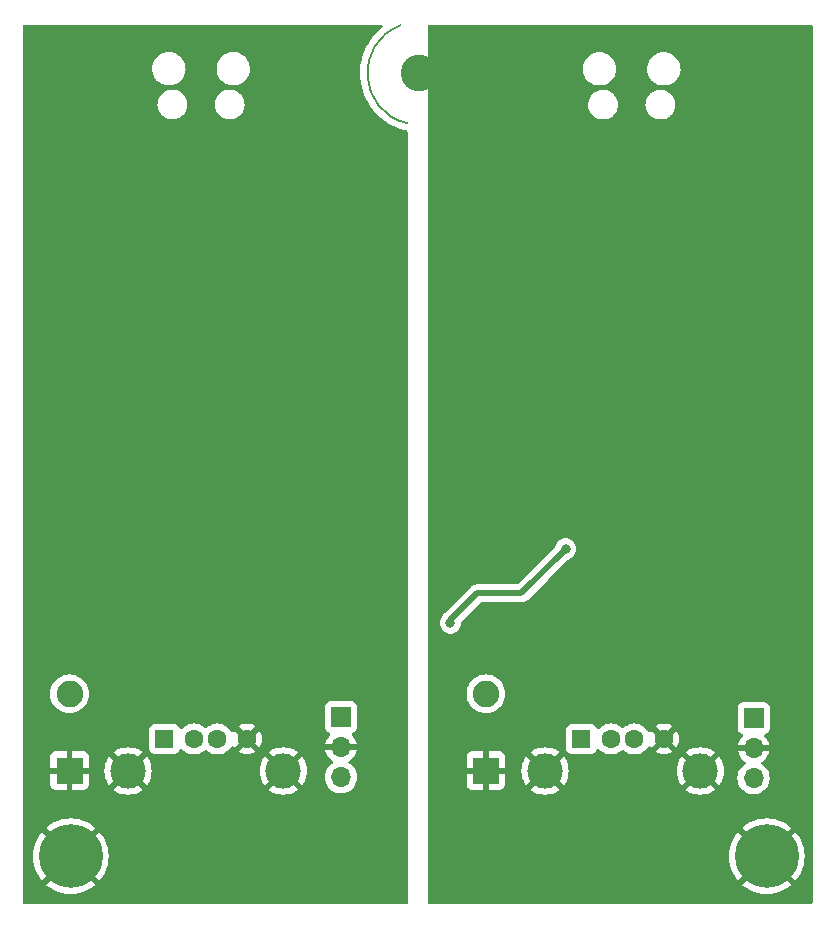
<source format=gbr>
%TF.GenerationSoftware,KiCad,Pcbnew,7.0.9*%
%TF.CreationDate,2024-02-17T13:50:42+09:00*%
%TF.ProjectId,DeskHop,4465736b-486f-4702-9e6b-696361645f70,rev?*%
%TF.SameCoordinates,PX20378f0PY6e37550*%
%TF.FileFunction,Copper,L2,Bot*%
%TF.FilePolarity,Positive*%
%FSLAX46Y46*%
G04 Gerber Fmt 4.6, Leading zero omitted, Abs format (unit mm)*
G04 Created by KiCad (PCBNEW 7.0.9) date 2024-02-17 13:50:42*
%MOMM*%
%LPD*%
G01*
G04 APERTURE LIST*
%TA.AperFunction,NonConductor*%
%ADD10C,0.200000*%
%TD*%
%TA.AperFunction,ComponentPad*%
%ADD11C,3.100000*%
%TD*%
%TA.AperFunction,ComponentPad*%
%ADD12R,1.600000X1.500000*%
%TD*%
%TA.AperFunction,ComponentPad*%
%ADD13C,1.600000*%
%TD*%
%TA.AperFunction,ComponentPad*%
%ADD14C,3.000000*%
%TD*%
%TA.AperFunction,ComponentPad*%
%ADD15R,1.700000X1.700000*%
%TD*%
%TA.AperFunction,ComponentPad*%
%ADD16O,1.700000X1.700000*%
%TD*%
%TA.AperFunction,ConnectorPad*%
%ADD17C,5.400000*%
%TD*%
%TA.AperFunction,ComponentPad*%
%ADD18R,2.250000X2.250000*%
%TD*%
%TA.AperFunction,ComponentPad*%
%ADD19C,2.250000*%
%TD*%
%TA.AperFunction,ViaPad*%
%ADD20C,0.800000*%
%TD*%
%TA.AperFunction,Conductor*%
%ADD21C,0.500000*%
%TD*%
G04 APERTURE END LIST*
D10*
X32004000Y74421999D02*
G75*
G03*
X32578432Y66122792I1524000J-4063999D01*
G01*
D11*
%TO.P,H3,1,1*%
%TO.N,GND2*%
X33528000Y70358000D03*
%TD*%
D12*
%TO.P,J4,1,VBUS*%
%TO.N,VBUS2*%
X11994000Y13996000D03*
D13*
%TO.P,J4,2,D-*%
%TO.N,Net-(J4-D-)*%
X14494000Y13996000D03*
%TO.P,J4,3,D+*%
%TO.N,Net-(J4-D+)*%
X16494000Y13996000D03*
%TO.P,J4,4,GND*%
%TO.N,GND*%
X18994000Y13996000D03*
D14*
%TO.P,J4,5,Shield*%
X8924000Y11286000D03*
X22064000Y11286000D03*
%TD*%
D15*
%TO.P,J3,1,Pin_1*%
%TO.N,Net-(J3-Pin_1)*%
X61885537Y15774243D03*
D16*
%TO.P,J3,2,Pin_2*%
%TO.N,GND2*%
X61885537Y13234243D03*
%TO.P,J3,3,Pin_3*%
%TO.N,Net-(J3-Pin_3)*%
X61885537Y10694243D03*
%TD*%
D11*
%TO.P,H2,1,1*%
%TO.N,GND2*%
X62992000Y4064000D03*
D17*
X62992000Y4064000D03*
%TD*%
D12*
%TO.P,J1,1,VBUS*%
%TO.N,VBUS1*%
X47300000Y13996000D03*
D13*
%TO.P,J1,2,D-*%
%TO.N,Net-(J1-D-)*%
X49800000Y13996000D03*
%TO.P,J1,3,D+*%
%TO.N,Net-(J1-D+)*%
X51800000Y13996000D03*
%TO.P,J1,4,GND*%
%TO.N,GND2*%
X54300000Y13996000D03*
D14*
%TO.P,J1,5,Shield*%
X44230000Y11286000D03*
X57370000Y11286000D03*
%TD*%
D11*
%TO.P,H1,1,1*%
%TO.N,GND*%
X4064000Y4064000D03*
D17*
X4064000Y4064000D03*
%TD*%
D15*
%TO.P,J2,1,Pin_1*%
%TO.N,Net-(J2-Pin_1)*%
X26949042Y15852124D03*
D16*
%TO.P,J2,2,Pin_2*%
%TO.N,GND*%
X26949042Y13312124D03*
%TO.P,J2,3,Pin_3*%
%TO.N,Net-(J2-Pin_3)*%
X26949042Y10772124D03*
%TD*%
D18*
%TO.P,SW1,1,1*%
%TO.N,GND2*%
X39218000Y11320000D03*
D19*
%TO.P,SW1,2,2*%
%TO.N,Net-(U1-GPIO10)*%
X39218000Y17820000D03*
%TD*%
D18*
%TO.P,SW2,1,1*%
%TO.N,GND*%
X3968000Y11320000D03*
D19*
%TO.P,SW2,2,2*%
%TO.N,Net-(U2-GPIO10)*%
X3968000Y17820000D03*
%TD*%
D20*
%TO.N,Net-(U1-GPIO10)*%
X45968000Y30070000D03*
X36218000Y23820000D03*
%TD*%
D21*
%TO.N,Net-(U1-GPIO10)*%
X45968000Y30070000D02*
X42218000Y26320000D01*
X36218000Y24070000D02*
X36218000Y23820000D01*
X38468000Y26320000D02*
X36218000Y24070000D01*
X42218000Y26320000D02*
X38468000Y26320000D01*
%TD*%
%TA.AperFunction,Conductor*%
%TO.N,GND*%
G36*
X30439287Y74439691D02*
G01*
X30485042Y74386887D01*
X30494986Y74317729D01*
X30465961Y74254173D01*
X30453286Y74241522D01*
X30256835Y74071918D01*
X30128370Y73961010D01*
X30102437Y73934279D01*
X29823705Y73646976D01*
X29547939Y73307284D01*
X29303222Y72944583D01*
X29091464Y72561704D01*
X28914317Y72161633D01*
X28773163Y71747491D01*
X28710827Y71492912D01*
X28669102Y71322509D01*
X28669102Y71322508D01*
X28602948Y70890007D01*
X28594168Y70751756D01*
X28575254Y70453936D01*
X28575216Y70453341D01*
X28586122Y70015943D01*
X28586122Y70015942D01*
X28635579Y69581225D01*
X28635579Y69581224D01*
X28638168Y69568558D01*
X28723207Y69152543D01*
X28792145Y68921517D01*
X28825040Y68811279D01*
X28848317Y68733275D01*
X28900643Y68601636D01*
X29009933Y68326685D01*
X29204189Y67941120D01*
X29206800Y67935937D01*
X29437376Y67564086D01*
X29437379Y67564082D01*
X29437379Y67564081D01*
X29699865Y67214030D01*
X29969676Y66913603D01*
X29992216Y66888505D01*
X30312153Y66590044D01*
X30657177Y66320979D01*
X31024598Y66083408D01*
X31024604Y66083405D01*
X31024603Y66083405D01*
X31164333Y66009659D01*
X31411548Y65879184D01*
X31411553Y65879182D01*
X31411552Y65879182D01*
X31815012Y65709899D01*
X32231830Y65576880D01*
X32445305Y65529033D01*
X32456949Y65526423D01*
X32517402Y65512869D01*
X32517406Y65512870D01*
X32517996Y65512737D01*
X32579106Y65478863D01*
X32612201Y65417329D01*
X32614870Y65391778D01*
X32634808Y153163D01*
X32615144Y86117D01*
X32562354Y40346D01*
X32510808Y29125D01*
X140903Y29125D01*
X73864Y48810D01*
X28109Y101614D01*
X16903Y153125D01*
X16903Y4064000D01*
X858958Y4064000D01*
X879110Y3705154D01*
X879112Y3705142D01*
X939314Y3350815D01*
X939316Y3350806D01*
X1038812Y3005448D01*
X1176353Y2673391D01*
X1176355Y2673387D01*
X1350215Y2358811D01*
X1350218Y2358806D01*
X1558193Y2065694D01*
X1630843Y1984399D01*
X2949073Y3302628D01*
X3025890Y3192922D01*
X3192922Y3025890D01*
X3302626Y2949075D01*
X1984397Y1630845D01*
X2065693Y1558194D01*
X2358805Y1350219D01*
X2358810Y1350216D01*
X2673386Y1176356D01*
X2673390Y1176354D01*
X3005447Y1038813D01*
X3350805Y939317D01*
X3350814Y939315D01*
X3705141Y879113D01*
X3705153Y879111D01*
X4064000Y858959D01*
X4422846Y879111D01*
X4422858Y879113D01*
X4777185Y939315D01*
X4777194Y939317D01*
X5122552Y1038813D01*
X5454609Y1176354D01*
X5454613Y1176356D01*
X5769189Y1350216D01*
X5769194Y1350219D01*
X6062306Y1558194D01*
X6143601Y1630845D01*
X4825373Y2949075D01*
X4935078Y3025890D01*
X5102110Y3192922D01*
X5178926Y3302627D01*
X6497155Y1984399D01*
X6569806Y2065694D01*
X6777781Y2358806D01*
X6777784Y2358811D01*
X6951644Y2673387D01*
X6951646Y2673391D01*
X7089187Y3005448D01*
X7188683Y3350806D01*
X7188685Y3350815D01*
X7248887Y3705142D01*
X7248889Y3705154D01*
X7269041Y4064000D01*
X7248889Y4422847D01*
X7248887Y4422859D01*
X7188685Y4777186D01*
X7188683Y4777195D01*
X7089187Y5122553D01*
X6951646Y5454610D01*
X6951644Y5454614D01*
X6777784Y5769190D01*
X6777781Y5769195D01*
X6569806Y6062307D01*
X6497155Y6143603D01*
X5178925Y4825374D01*
X5102110Y4935078D01*
X4935078Y5102110D01*
X4825372Y5178927D01*
X6143602Y6497157D01*
X6062306Y6569807D01*
X5769194Y6777782D01*
X5769189Y6777785D01*
X5454613Y6951645D01*
X5454609Y6951647D01*
X5122552Y7089188D01*
X4777194Y7188684D01*
X4777185Y7188686D01*
X4422858Y7248888D01*
X4422846Y7248890D01*
X4064000Y7269042D01*
X3705153Y7248890D01*
X3705141Y7248888D01*
X3350814Y7188686D01*
X3350805Y7188684D01*
X3005447Y7089188D01*
X2673390Y6951647D01*
X2673386Y6951645D01*
X2358810Y6777785D01*
X2358805Y6777782D01*
X2065693Y6569806D01*
X2065685Y6569801D01*
X1984397Y6497158D01*
X1984397Y6497157D01*
X3302627Y5178927D01*
X3192922Y5102110D01*
X3025890Y4935078D01*
X2949073Y4825373D01*
X1630843Y6143603D01*
X1630842Y6143603D01*
X1558199Y6062315D01*
X1558194Y6062307D01*
X1350218Y5769195D01*
X1350215Y5769190D01*
X1176355Y5454614D01*
X1176353Y5454610D01*
X1038812Y5122553D01*
X939316Y4777195D01*
X939314Y4777186D01*
X879112Y4422859D01*
X879110Y4422847D01*
X858958Y4064000D01*
X16903Y4064000D01*
X16903Y10147156D01*
X2343000Y10147156D01*
X2349401Y10087628D01*
X2349403Y10087621D01*
X2399645Y9952914D01*
X2399649Y9952907D01*
X2485809Y9837813D01*
X2485812Y9837810D01*
X2600906Y9751650D01*
X2600913Y9751646D01*
X2735620Y9701404D01*
X2735627Y9701402D01*
X2795155Y9695001D01*
X2795172Y9695000D01*
X3718000Y9695000D01*
X3718000Y10715690D01*
X3726817Y10710842D01*
X3885886Y10670000D01*
X4008894Y10670000D01*
X4130933Y10685417D01*
X4218000Y10719890D01*
X4218000Y9695000D01*
X5140828Y9695000D01*
X5140844Y9695001D01*
X5200372Y9701402D01*
X5200379Y9701404D01*
X5335086Y9751646D01*
X5335093Y9751650D01*
X5450187Y9837810D01*
X5450190Y9837813D01*
X5536350Y9952907D01*
X5536354Y9952914D01*
X5586596Y10087621D01*
X5586598Y10087628D01*
X5592999Y10147156D01*
X5593000Y10147173D01*
X5593000Y11070000D01*
X4568728Y11070000D01*
X4591100Y11117543D01*
X4621873Y11278862D01*
X4621424Y11285999D01*
X6918891Y11285999D01*
X6939300Y11000638D01*
X7000109Y10721105D01*
X7100091Y10453042D01*
X7237191Y10201962D01*
X7237196Y10201954D01*
X7343882Y10059439D01*
X7343883Y10059438D01*
X7953438Y10668994D01*
X8002348Y10590001D01*
X8145931Y10432499D01*
X8304388Y10312837D01*
X7697436Y9705885D01*
X7839960Y9599193D01*
X7839961Y9599192D01*
X8091042Y9462092D01*
X8091041Y9462092D01*
X8359104Y9362110D01*
X8638637Y9301301D01*
X8923999Y9280891D01*
X8924001Y9280891D01*
X9209362Y9301301D01*
X9488895Y9362110D01*
X9756958Y9462092D01*
X10008047Y9599197D01*
X10150561Y9705884D01*
X10150562Y9705885D01*
X9543611Y10312837D01*
X9702069Y10432499D01*
X9845652Y10590001D01*
X9894560Y10668993D01*
X10504115Y10059438D01*
X10504116Y10059439D01*
X10610803Y10201953D01*
X10747908Y10453042D01*
X10847890Y10721105D01*
X10908699Y11000638D01*
X10929109Y11285999D01*
X20058891Y11285999D01*
X20079300Y11000638D01*
X20140109Y10721105D01*
X20240091Y10453042D01*
X20377191Y10201962D01*
X20377196Y10201954D01*
X20483882Y10059439D01*
X20483883Y10059438D01*
X21093438Y10668994D01*
X21142348Y10590001D01*
X21285931Y10432499D01*
X21444388Y10312837D01*
X20837436Y9705885D01*
X20979960Y9599193D01*
X20979961Y9599192D01*
X21231042Y9462092D01*
X21231041Y9462092D01*
X21499104Y9362110D01*
X21778637Y9301301D01*
X22063999Y9280891D01*
X22064001Y9280891D01*
X22349362Y9301301D01*
X22628895Y9362110D01*
X22896958Y9462092D01*
X23148047Y9599197D01*
X23290561Y9705884D01*
X23290562Y9705885D01*
X22683611Y10312837D01*
X22842069Y10432499D01*
X22985652Y10590001D01*
X23034560Y10668993D01*
X23644115Y10059438D01*
X23644116Y10059439D01*
X23750803Y10201953D01*
X23887908Y10453042D01*
X23987890Y10721105D01*
X23998987Y10772119D01*
X25585886Y10772119D01*
X25604476Y10547765D01*
X25604478Y10547753D01*
X25659745Y10329510D01*
X25750182Y10123332D01*
X25873318Y9934859D01*
X25873326Y9934848D01*
X26025798Y9769222D01*
X26025802Y9769218D01*
X26203466Y9630935D01*
X26203467Y9630935D01*
X26203469Y9630933D01*
X26262120Y9599193D01*
X26401468Y9523782D01*
X26614407Y9450680D01*
X26836473Y9413624D01*
X27061611Y9413624D01*
X27283677Y9450680D01*
X27496616Y9523782D01*
X27694618Y9630935D01*
X27872282Y9769218D01*
X28024764Y9934856D01*
X28147902Y10123333D01*
X28238338Y10329508D01*
X28293606Y10547756D01*
X28307120Y10710842D01*
X28312198Y10772119D01*
X28312198Y10772130D01*
X28293607Y10996484D01*
X28293605Y10996496D01*
X28238338Y11214739D01*
X28210211Y11278862D01*
X28147902Y11420915D01*
X28024764Y11609392D01*
X28024761Y11609395D01*
X28024757Y11609401D01*
X27872285Y11775027D01*
X27872280Y11775032D01*
X27694619Y11913312D01*
X27694619Y11913313D01*
X27651345Y11936731D01*
X27601755Y11985951D01*
X27586647Y12054167D01*
X27610817Y12119723D01*
X27639240Y12147361D01*
X27820121Y12274016D01*
X27987147Y12441042D01*
X28122642Y12634546D01*
X28222471Y12848632D01*
X28222474Y12848638D01*
X28279678Y13062124D01*
X27382728Y13062124D01*
X27408535Y13102280D01*
X27449042Y13240235D01*
X27449042Y13384013D01*
X27408535Y13521968D01*
X27382728Y13562124D01*
X28279678Y13562124D01*
X28279677Y13562125D01*
X28222474Y13775611D01*
X28222471Y13775617D01*
X28122642Y13989702D01*
X28122641Y13989704D01*
X27987155Y14183198D01*
X27987150Y14183204D01*
X27871314Y14299040D01*
X27837829Y14360363D01*
X27842813Y14430055D01*
X27884685Y14485988D01*
X27915654Y14502900D01*
X28045246Y14551235D01*
X28162303Y14638863D01*
X28249931Y14755920D01*
X28301031Y14892923D01*
X28304633Y14926432D01*
X28307541Y14953470D01*
X28307542Y14953487D01*
X28307542Y16750762D01*
X28307541Y16750779D01*
X28304199Y16781854D01*
X28301031Y16811325D01*
X28249931Y16948328D01*
X28162303Y17065385D01*
X28045246Y17153013D01*
X27908245Y17204113D01*
X27847696Y17210624D01*
X27847680Y17210624D01*
X26050404Y17210624D01*
X26050387Y17210624D01*
X25989839Y17204113D01*
X25989837Y17204113D01*
X25852837Y17153013D01*
X25735781Y17065385D01*
X25648153Y16948329D01*
X25597053Y16811329D01*
X25597053Y16811327D01*
X25590542Y16750779D01*
X25590542Y14953470D01*
X25597053Y14892922D01*
X25597053Y14892920D01*
X25648153Y14755920D01*
X25735781Y14638863D01*
X25852838Y14551235D01*
X25982424Y14502902D01*
X26038355Y14461031D01*
X26062772Y14395567D01*
X26047920Y14327294D01*
X26026770Y14299040D01*
X25910928Y14183198D01*
X25775442Y13989704D01*
X25775441Y13989702D01*
X25675612Y13775617D01*
X25675609Y13775611D01*
X25618406Y13562125D01*
X25618406Y13562124D01*
X26515356Y13562124D01*
X26489549Y13521968D01*
X26449042Y13384013D01*
X26449042Y13240235D01*
X26489549Y13102280D01*
X26515356Y13062124D01*
X25618406Y13062124D01*
X25675609Y12848638D01*
X25675612Y12848632D01*
X25775441Y12634546D01*
X25910936Y12441042D01*
X26077959Y12274019D01*
X26258844Y12147361D01*
X26302469Y12092784D01*
X26309661Y12023285D01*
X26278139Y11960931D01*
X26246739Y11936732D01*
X26203469Y11913315D01*
X26203464Y11913312D01*
X26025803Y11775032D01*
X26025798Y11775027D01*
X25873326Y11609401D01*
X25873318Y11609390D01*
X25750182Y11420917D01*
X25659745Y11214739D01*
X25604478Y10996496D01*
X25604476Y10996484D01*
X25585886Y10772130D01*
X25585886Y10772119D01*
X23998987Y10772119D01*
X24048699Y11000638D01*
X24069109Y11285999D01*
X24069109Y11286002D01*
X24048699Y11571363D01*
X23987890Y11850896D01*
X23887908Y12118959D01*
X23750808Y12370039D01*
X23750807Y12370040D01*
X23644115Y12512564D01*
X23034560Y11903009D01*
X22985652Y11981999D01*
X22842069Y12139501D01*
X22683610Y12259165D01*
X23290562Y12866117D01*
X23290561Y12866118D01*
X23148046Y12972804D01*
X23148038Y12972809D01*
X22896957Y13109909D01*
X22896958Y13109909D01*
X22628895Y13209891D01*
X22349362Y13270700D01*
X22064001Y13291109D01*
X22063999Y13291109D01*
X21778637Y13270700D01*
X21499104Y13209891D01*
X21231041Y13109909D01*
X20979961Y12972809D01*
X20979953Y12972804D01*
X20837437Y12866118D01*
X20837436Y12866117D01*
X21444389Y12259165D01*
X21285931Y12139501D01*
X21142348Y11981999D01*
X21093439Y11903008D01*
X20483883Y12512564D01*
X20483882Y12512563D01*
X20377196Y12370047D01*
X20377191Y12370039D01*
X20240091Y12118959D01*
X20140109Y11850896D01*
X20079300Y11571363D01*
X20058891Y11286002D01*
X20058891Y11285999D01*
X10929109Y11285999D01*
X10929109Y11286002D01*
X10908699Y11571363D01*
X10847890Y11850896D01*
X10747908Y12118959D01*
X10610808Y12370039D01*
X10610807Y12370040D01*
X10504115Y12512564D01*
X9894560Y11903009D01*
X9845652Y11981999D01*
X9702069Y12139501D01*
X9543610Y12259165D01*
X10150562Y12866117D01*
X10150561Y12866118D01*
X10008046Y12972804D01*
X10008038Y12972809D01*
X9756957Y13109909D01*
X9756958Y13109909D01*
X9522530Y13197346D01*
X10685500Y13197346D01*
X10692011Y13136798D01*
X10692011Y13136796D01*
X10743111Y12999797D01*
X10743111Y12999796D01*
X10830739Y12882739D01*
X10947796Y12795111D01*
X11084799Y12744011D01*
X11112050Y12741082D01*
X11145345Y12737501D01*
X11145362Y12737500D01*
X12842638Y12737500D01*
X12842654Y12737501D01*
X12869692Y12740409D01*
X12903201Y12744011D01*
X13040204Y12795111D01*
X13157261Y12882739D01*
X13244889Y12999796D01*
X13258586Y13036520D01*
X13284717Y13106576D01*
X13326588Y13162510D01*
X13392053Y13186926D01*
X13460326Y13172074D01*
X13488579Y13150923D01*
X13649700Y12989802D01*
X13837251Y12858477D01*
X13903802Y12827444D01*
X14044750Y12761719D01*
X14044752Y12761719D01*
X14044757Y12761716D01*
X14265913Y12702457D01*
X14428832Y12688204D01*
X14493998Y12682502D01*
X14494000Y12682502D01*
X14494002Y12682502D01*
X14551021Y12687491D01*
X14722087Y12702457D01*
X14943243Y12761716D01*
X15150749Y12858477D01*
X15338300Y12989802D01*
X15406319Y13057821D01*
X15467642Y13091306D01*
X15537334Y13086322D01*
X15581681Y13057821D01*
X15649700Y12989802D01*
X15837251Y12858477D01*
X15903802Y12827444D01*
X16044750Y12761719D01*
X16044752Y12761719D01*
X16044757Y12761716D01*
X16265913Y12702457D01*
X16428832Y12688204D01*
X16493998Y12682502D01*
X16494000Y12682502D01*
X16494002Y12682502D01*
X16551021Y12687491D01*
X16722087Y12702457D01*
X16943243Y12761716D01*
X17150749Y12858477D01*
X17338300Y12989802D01*
X17500198Y13151700D01*
X17631523Y13339251D01*
X17636307Y13349513D01*
X17682476Y13401949D01*
X17749669Y13421103D01*
X17816551Y13400889D01*
X17861072Y13349510D01*
X17863866Y13343517D01*
X17914973Y13270529D01*
X17914974Y13270528D01*
X18531064Y13886619D01*
X18557481Y13796649D01*
X18631327Y13681742D01*
X18734555Y13592295D01*
X18858801Y13535554D01*
X18883548Y13531996D01*
X18268526Y12916975D01*
X18268526Y12916974D01*
X18341512Y12865869D01*
X18341516Y12865867D01*
X18547673Y12769735D01*
X18547682Y12769731D01*
X18767389Y12710861D01*
X18767400Y12710859D01*
X18993998Y12691034D01*
X18994002Y12691034D01*
X19220599Y12710859D01*
X19220610Y12710861D01*
X19440317Y12769731D01*
X19440331Y12769736D01*
X19646478Y12865864D01*
X19719472Y12916975D01*
X19104451Y13531996D01*
X19129199Y13535554D01*
X19253445Y13592295D01*
X19356673Y13681742D01*
X19430519Y13796649D01*
X19456935Y13886618D01*
X20073025Y13270528D01*
X20124136Y13343522D01*
X20220264Y13549669D01*
X20220269Y13549683D01*
X20279139Y13769390D01*
X20279141Y13769401D01*
X20298966Y13995998D01*
X20298966Y13996003D01*
X20279141Y14222600D01*
X20279139Y14222611D01*
X20220269Y14442318D01*
X20220265Y14442327D01*
X20124133Y14648484D01*
X20124131Y14648488D01*
X20073026Y14721474D01*
X20073025Y14721474D01*
X19456935Y14105384D01*
X19430519Y14195351D01*
X19356673Y14310258D01*
X19253445Y14399705D01*
X19129199Y14456446D01*
X19104451Y14460005D01*
X19719472Y15075026D01*
X19719471Y15075027D01*
X19646483Y15126134D01*
X19646481Y15126135D01*
X19440326Y15222266D01*
X19440317Y15222270D01*
X19220610Y15281140D01*
X19220599Y15281142D01*
X18994002Y15300966D01*
X18993998Y15300966D01*
X18767400Y15281142D01*
X18767389Y15281140D01*
X18547682Y15222270D01*
X18547673Y15222266D01*
X18341513Y15126132D01*
X18268527Y15075028D01*
X18268526Y15075027D01*
X18883549Y14460005D01*
X18858801Y14456446D01*
X18734555Y14399705D01*
X18631327Y14310258D01*
X18557481Y14195351D01*
X18531064Y14105383D01*
X17914973Y14721474D01*
X17914972Y14721473D01*
X17863867Y14648487D01*
X17861070Y14642487D01*
X17814897Y14590049D01*
X17747703Y14570898D01*
X17680822Y14591115D01*
X17636307Y14642489D01*
X17631523Y14652749D01*
X17500198Y14840300D01*
X17338300Y15002198D01*
X17150749Y15133523D01*
X17150745Y15133525D01*
X16943249Y15230282D01*
X16943238Y15230286D01*
X16722089Y15289543D01*
X16722081Y15289544D01*
X16494002Y15309498D01*
X16493998Y15309498D01*
X16265918Y15289544D01*
X16265910Y15289543D01*
X16044761Y15230286D01*
X16044750Y15230282D01*
X15837254Y15133525D01*
X15837252Y15133524D01*
X15802601Y15109261D01*
X15649700Y15002198D01*
X15649698Y15002197D01*
X15649695Y15002194D01*
X15581681Y14934179D01*
X15520358Y14900694D01*
X15450666Y14905678D01*
X15406319Y14934179D01*
X15338304Y15002194D01*
X15338300Y15002198D01*
X15150749Y15133523D01*
X15150745Y15133525D01*
X14943249Y15230282D01*
X14943238Y15230286D01*
X14722089Y15289543D01*
X14722081Y15289544D01*
X14494002Y15309498D01*
X14493998Y15309498D01*
X14265918Y15289544D01*
X14265910Y15289543D01*
X14044761Y15230286D01*
X14044750Y15230282D01*
X13837254Y15133525D01*
X13837252Y15133524D01*
X13649699Y15002197D01*
X13488579Y14841077D01*
X13427256Y14807593D01*
X13357564Y14812577D01*
X13301631Y14854449D01*
X13284717Y14885424D01*
X13259330Y14953487D01*
X13244889Y14992204D01*
X13157261Y15109261D01*
X13040204Y15196889D01*
X12903203Y15247989D01*
X12842654Y15254500D01*
X12842638Y15254500D01*
X11145362Y15254500D01*
X11145345Y15254500D01*
X11084797Y15247989D01*
X11084795Y15247989D01*
X10947795Y15196889D01*
X10830739Y15109261D01*
X10743111Y14992205D01*
X10692011Y14855205D01*
X10692011Y14855203D01*
X10685500Y14794655D01*
X10685500Y13197346D01*
X9522530Y13197346D01*
X9488895Y13209891D01*
X9209362Y13270700D01*
X8924001Y13291109D01*
X8923999Y13291109D01*
X8638637Y13270700D01*
X8359104Y13209891D01*
X8091041Y13109909D01*
X7839961Y12972809D01*
X7839953Y12972804D01*
X7697437Y12866118D01*
X7697436Y12866117D01*
X8304389Y12259165D01*
X8145931Y12139501D01*
X8002348Y11981999D01*
X7953439Y11903008D01*
X7343883Y12512564D01*
X7343882Y12512563D01*
X7237196Y12370047D01*
X7237191Y12370039D01*
X7100091Y12118959D01*
X7000109Y11850896D01*
X6939300Y11571363D01*
X6918891Y11286002D01*
X6918891Y11285999D01*
X4621424Y11285999D01*
X4611561Y11442766D01*
X4570220Y11570000D01*
X5593000Y11570000D01*
X5593000Y12492828D01*
X5592999Y12492845D01*
X5586598Y12552373D01*
X5586596Y12552380D01*
X5536354Y12687087D01*
X5536350Y12687094D01*
X5450190Y12802188D01*
X5450187Y12802191D01*
X5335093Y12888351D01*
X5335086Y12888355D01*
X5200379Y12938597D01*
X5200372Y12938599D01*
X5140844Y12945000D01*
X4218000Y12945000D01*
X4218000Y11924311D01*
X4209183Y11929158D01*
X4050114Y11970000D01*
X3927106Y11970000D01*
X3805067Y11954583D01*
X3718000Y11920111D01*
X3718000Y12945000D01*
X2795155Y12945000D01*
X2735627Y12938599D01*
X2735620Y12938597D01*
X2600913Y12888355D01*
X2600906Y12888351D01*
X2485812Y12802191D01*
X2485809Y12802188D01*
X2399649Y12687094D01*
X2399645Y12687087D01*
X2349403Y12552380D01*
X2349401Y12552373D01*
X2343000Y12492845D01*
X2343000Y11570000D01*
X3367272Y11570000D01*
X3344900Y11522457D01*
X3314127Y11361138D01*
X3324439Y11197234D01*
X3365780Y11070000D01*
X2343000Y11070000D01*
X2343000Y10147156D01*
X16903Y10147156D01*
X16903Y17820000D01*
X2329449Y17820000D01*
X2349621Y17563677D01*
X2409644Y17313660D01*
X2508039Y17076113D01*
X2642382Y16856887D01*
X2642385Y16856882D01*
X2681293Y16811327D01*
X2809369Y16661369D01*
X2934518Y16554482D01*
X3004881Y16494386D01*
X3004886Y16494383D01*
X3224112Y16360040D01*
X3461659Y16261645D01*
X3524163Y16246640D01*
X3711674Y16201622D01*
X3968000Y16181449D01*
X4224326Y16201622D01*
X4474340Y16261645D01*
X4711887Y16360040D01*
X4931116Y16494384D01*
X5126631Y16661369D01*
X5293616Y16856884D01*
X5427960Y17076113D01*
X5526355Y17313660D01*
X5586378Y17563674D01*
X5606551Y17820000D01*
X5586378Y18076326D01*
X5526355Y18326340D01*
X5427960Y18563887D01*
X5427960Y18563888D01*
X5293617Y18783114D01*
X5293614Y18783119D01*
X5233518Y18853482D01*
X5126631Y18978631D01*
X5019742Y19069922D01*
X4931118Y19145615D01*
X4931113Y19145618D01*
X4711887Y19279961D01*
X4474340Y19378356D01*
X4224322Y19438379D01*
X4224323Y19438379D01*
X3968000Y19458551D01*
X3711676Y19438379D01*
X3461659Y19378356D01*
X3224112Y19279961D01*
X3004886Y19145618D01*
X3004881Y19145615D01*
X2809369Y18978631D01*
X2642385Y18783119D01*
X2642382Y18783114D01*
X2508039Y18563888D01*
X2409644Y18326341D01*
X2349621Y18076324D01*
X2329449Y17820000D01*
X16903Y17820000D01*
X16903Y67721753D01*
X11415216Y67721753D01*
X11417195Y67699112D01*
X11417369Y67690922D01*
X11416207Y67665063D01*
X11416208Y67665061D01*
X11427214Y67583805D01*
X11427539Y67580887D01*
X11431636Y67534067D01*
X11434408Y67502380D01*
X11441147Y67477228D01*
X11442697Y67469508D01*
X11446616Y67440578D01*
X11446619Y67440568D01*
X11470936Y67365728D01*
X11471857Y67362617D01*
X11491400Y67289685D01*
X11491404Y67289673D01*
X11503798Y67263092D01*
X11506574Y67256046D01*
X11516620Y67225130D01*
X11525628Y67208391D01*
X11552345Y67158741D01*
X11553939Y67155564D01*
X11584465Y67090100D01*
X11584466Y67090098D01*
X11584467Y67090097D01*
X11603191Y67063355D01*
X11606998Y67057177D01*
X11623966Y67025646D01*
X11623968Y67025643D01*
X11668920Y66969276D01*
X11671232Y66966184D01*
X11710774Y66909713D01*
X11710777Y66909710D01*
X11736182Y66884305D01*
X11740818Y66879118D01*
X11765209Y66848533D01*
X11817037Y66803252D01*
X11820080Y66800407D01*
X11866478Y66754008D01*
X11866479Y66754007D01*
X11866482Y66754005D01*
X11866485Y66754002D01*
X11891310Y66736620D01*
X11898632Y66731493D01*
X11903864Y66727394D01*
X11935805Y66699488D01*
X11992058Y66665879D01*
X11995781Y66663468D01*
X12032273Y66637916D01*
X12046861Y66627700D01*
X12046864Y66627699D01*
X12046869Y66627695D01*
X12085433Y66609713D01*
X12091016Y66606754D01*
X12130273Y66583298D01*
X12188533Y66561434D01*
X12192945Y66559580D01*
X12246447Y66534631D01*
X12290727Y66522767D01*
X12296462Y66520927D01*
X12325879Y66509887D01*
X12342362Y66503700D01*
X12400336Y66493180D01*
X12405301Y66492066D01*
X12459152Y66477636D01*
X12508125Y66473352D01*
X12513773Y66472594D01*
X12552875Y66465498D01*
X12565255Y66463251D01*
X12565256Y66463251D01*
X12620871Y66463251D01*
X12626272Y66463016D01*
X12654893Y66460512D01*
X12678521Y66458444D01*
X12678522Y66458444D01*
X12678522Y66458445D01*
X12678523Y66458444D01*
X12731833Y66463108D01*
X12735027Y66463251D01*
X12735045Y66463251D01*
X12783148Y66467582D01*
X12789914Y66468190D01*
X12897876Y66477634D01*
X12897880Y66477635D01*
X12897894Y66477636D01*
X12897906Y66477640D01*
X12898425Y66477731D01*
X12903659Y66478427D01*
X12904145Y66478470D01*
X13008858Y66507370D01*
X13110599Y66534631D01*
X13110612Y66534638D01*
X13117552Y66537163D01*
X13122243Y66538662D01*
X13122516Y66538737D01*
X13217542Y66584500D01*
X13310177Y66627695D01*
X13310186Y66627702D01*
X13314873Y66630406D01*
X13314944Y66630283D01*
X13325729Y66636599D01*
X13326616Y66637026D01*
X13409391Y66697166D01*
X13490561Y66754002D01*
X13491474Y66754916D01*
X13506275Y66767558D01*
X13509886Y66770180D01*
X13522746Y66783630D01*
X13578425Y66841867D01*
X13646269Y66909710D01*
X13646269Y66909711D01*
X13646272Y66909713D01*
X13648999Y66913609D01*
X13660951Y66928183D01*
X13666435Y66933917D01*
X13719332Y67014054D01*
X13772579Y67090097D01*
X13776061Y67097566D01*
X13784959Y67113475D01*
X13785341Y67114053D01*
X13791232Y67122977D01*
X13827739Y67208391D01*
X13865643Y67289675D01*
X13868668Y67300969D01*
X13874419Y67317604D01*
X13880266Y67331281D01*
X13900234Y67418773D01*
X13922638Y67502380D01*
X13924330Y67521727D01*
X13925649Y67530125D01*
X13930674Y67552136D01*
X13934559Y67638646D01*
X13941830Y67721751D01*
X13941830Y67721753D01*
X16265216Y67721753D01*
X16267195Y67699112D01*
X16267369Y67690922D01*
X16266207Y67665063D01*
X16266208Y67665061D01*
X16277214Y67583805D01*
X16277539Y67580887D01*
X16281636Y67534067D01*
X16284408Y67502380D01*
X16291147Y67477228D01*
X16292697Y67469508D01*
X16296616Y67440578D01*
X16296619Y67440568D01*
X16320936Y67365728D01*
X16321857Y67362617D01*
X16341400Y67289685D01*
X16341404Y67289673D01*
X16353798Y67263092D01*
X16356574Y67256046D01*
X16366620Y67225130D01*
X16375628Y67208391D01*
X16402345Y67158741D01*
X16403939Y67155564D01*
X16434465Y67090100D01*
X16434466Y67090098D01*
X16434467Y67090097D01*
X16453191Y67063355D01*
X16456998Y67057177D01*
X16473966Y67025646D01*
X16473968Y67025643D01*
X16518920Y66969276D01*
X16521232Y66966184D01*
X16560774Y66909713D01*
X16560777Y66909710D01*
X16586182Y66884305D01*
X16590818Y66879118D01*
X16615209Y66848533D01*
X16667037Y66803252D01*
X16670080Y66800407D01*
X16716478Y66754008D01*
X16716479Y66754007D01*
X16716482Y66754005D01*
X16716485Y66754002D01*
X16741310Y66736620D01*
X16748632Y66731493D01*
X16753864Y66727394D01*
X16785805Y66699488D01*
X16842058Y66665879D01*
X16845781Y66663468D01*
X16882273Y66637916D01*
X16896861Y66627700D01*
X16896864Y66627699D01*
X16896869Y66627695D01*
X16935433Y66609713D01*
X16941016Y66606754D01*
X16980273Y66583298D01*
X17038533Y66561434D01*
X17042945Y66559580D01*
X17096447Y66534631D01*
X17140727Y66522767D01*
X17146462Y66520927D01*
X17175879Y66509887D01*
X17192362Y66503700D01*
X17250336Y66493180D01*
X17255301Y66492066D01*
X17309152Y66477636D01*
X17358125Y66473352D01*
X17363773Y66472594D01*
X17402875Y66465498D01*
X17415255Y66463251D01*
X17415256Y66463251D01*
X17470871Y66463251D01*
X17476272Y66463016D01*
X17504893Y66460512D01*
X17528521Y66458444D01*
X17528522Y66458444D01*
X17528522Y66458445D01*
X17528523Y66458444D01*
X17581833Y66463108D01*
X17585027Y66463251D01*
X17585045Y66463251D01*
X17633148Y66467582D01*
X17639914Y66468190D01*
X17747876Y66477634D01*
X17747880Y66477635D01*
X17747894Y66477636D01*
X17747906Y66477640D01*
X17748425Y66477731D01*
X17753659Y66478427D01*
X17754145Y66478470D01*
X17858858Y66507370D01*
X17960599Y66534631D01*
X17960612Y66534638D01*
X17967552Y66537163D01*
X17972243Y66538662D01*
X17972516Y66538737D01*
X18067542Y66584500D01*
X18160177Y66627695D01*
X18160186Y66627702D01*
X18164873Y66630406D01*
X18164944Y66630283D01*
X18175729Y66636599D01*
X18176616Y66637026D01*
X18259391Y66697166D01*
X18340561Y66754002D01*
X18341474Y66754916D01*
X18356275Y66767558D01*
X18359886Y66770180D01*
X18372746Y66783630D01*
X18428425Y66841867D01*
X18496269Y66909710D01*
X18496269Y66909711D01*
X18496272Y66909713D01*
X18498999Y66913609D01*
X18510951Y66928183D01*
X18516435Y66933917D01*
X18569332Y67014054D01*
X18622579Y67090097D01*
X18626061Y67097566D01*
X18634959Y67113475D01*
X18635341Y67114053D01*
X18641232Y67122977D01*
X18677739Y67208391D01*
X18715643Y67289675D01*
X18718668Y67300969D01*
X18724419Y67317604D01*
X18730266Y67331281D01*
X18750234Y67418773D01*
X18772638Y67502380D01*
X18774330Y67521727D01*
X18775649Y67530125D01*
X18780674Y67552136D01*
X18784559Y67638646D01*
X18791830Y67721751D01*
X18789850Y67744383D01*
X18789676Y67752578D01*
X18790838Y67778442D01*
X18779828Y67859709D01*
X18779504Y67862626D01*
X18773091Y67935937D01*
X18772638Y67941122D01*
X18765900Y67966268D01*
X18764348Y67973998D01*
X18762645Y67986561D01*
X18760429Y68002926D01*
X18736110Y68077769D01*
X18735194Y68080862D01*
X18720953Y68134010D01*
X18715646Y68153818D01*
X18715642Y68153828D01*
X18703245Y68180415D01*
X18700471Y68187455D01*
X18690426Y68218372D01*
X18690425Y68218374D01*
X18690422Y68218381D01*
X18654690Y68284781D01*
X18653105Y68287940D01*
X18622579Y68353404D01*
X18622575Y68353410D01*
X18603860Y68380138D01*
X18600046Y68386327D01*
X18583078Y68417859D01*
X18538117Y68474238D01*
X18535802Y68477334D01*
X18496273Y68533788D01*
X18470863Y68559198D01*
X18466225Y68564387D01*
X18441835Y68594971D01*
X18390014Y68640246D01*
X18386965Y68643096D01*
X18340562Y68689500D01*
X18308414Y68712010D01*
X18303179Y68716110D01*
X18271241Y68744014D01*
X18215009Y68777612D01*
X18211248Y68780047D01*
X18173503Y68806476D01*
X18160177Y68815807D01*
X18146463Y68822202D01*
X18121623Y68833786D01*
X18116024Y68836754D01*
X18085224Y68855155D01*
X18076773Y68860204D01*
X18018511Y68882070D01*
X18014111Y68883918D01*
X17982416Y68898698D01*
X17960600Y68908871D01*
X17960588Y68908875D01*
X17916316Y68920738D01*
X17910576Y68922579D01*
X17864683Y68939803D01*
X17813638Y68949067D01*
X17806714Y68950323D01*
X17801740Y68951439D01*
X17747895Y68965866D01*
X17735893Y68966917D01*
X17698926Y68970151D01*
X17693264Y68970911D01*
X17658521Y68977215D01*
X17641790Y68980251D01*
X17641789Y68980251D01*
X17586175Y68980251D01*
X17580773Y68980487D01*
X17552152Y68982991D01*
X17528525Y68985058D01*
X17528520Y68985058D01*
X17475251Y68980398D01*
X17472012Y68980252D01*
X17417131Y68975313D01*
X17309141Y68965866D01*
X17308564Y68965764D01*
X17303412Y68965079D01*
X17302909Y68965034D01*
X17302892Y68965031D01*
X17198187Y68936133D01*
X17096441Y68908870D01*
X17089467Y68906333D01*
X17084791Y68904839D01*
X17084545Y68904772D01*
X17084534Y68904767D01*
X16989487Y68858996D01*
X16896875Y68815810D01*
X16892181Y68813100D01*
X16892110Y68813222D01*
X16881347Y68806918D01*
X16880431Y68806477D01*
X16880425Y68806474D01*
X16797642Y68746328D01*
X16721524Y68693028D01*
X16716481Y68689497D01*
X16715550Y68688566D01*
X16700787Y68675958D01*
X16697164Y68673326D01*
X16697154Y68673317D01*
X16628620Y68601636D01*
X16560770Y68533785D01*
X16560769Y68533784D01*
X16558029Y68529871D01*
X16546104Y68515332D01*
X16540612Y68509588D01*
X16540608Y68509582D01*
X16487706Y68429438D01*
X16434466Y68353404D01*
X16434464Y68353399D01*
X16430985Y68345939D01*
X16422099Y68330049D01*
X16415815Y68320529D01*
X16415814Y68320527D01*
X16379303Y68235107D01*
X16341405Y68153834D01*
X16341403Y68153828D01*
X16338375Y68142529D01*
X16332625Y68125897D01*
X16326782Y68112226D01*
X16326779Y68112218D01*
X16306811Y68024730D01*
X16284408Y67941125D01*
X16284407Y67941119D01*
X16282715Y67921781D01*
X16281396Y67913385D01*
X16276372Y67891366D01*
X16272486Y67804857D01*
X16265216Y67721755D01*
X16265216Y67721753D01*
X13941830Y67721753D01*
X13939850Y67744383D01*
X13939676Y67752578D01*
X13940838Y67778442D01*
X13929828Y67859709D01*
X13929504Y67862626D01*
X13923091Y67935937D01*
X13922638Y67941122D01*
X13915900Y67966268D01*
X13914348Y67973998D01*
X13912645Y67986561D01*
X13910429Y68002926D01*
X13886110Y68077769D01*
X13885194Y68080862D01*
X13870953Y68134010D01*
X13865646Y68153818D01*
X13865642Y68153828D01*
X13853245Y68180415D01*
X13850471Y68187455D01*
X13840426Y68218372D01*
X13840425Y68218374D01*
X13840422Y68218381D01*
X13804690Y68284781D01*
X13803105Y68287940D01*
X13772579Y68353404D01*
X13772575Y68353410D01*
X13753860Y68380138D01*
X13750046Y68386327D01*
X13733078Y68417859D01*
X13688117Y68474238D01*
X13685802Y68477334D01*
X13646273Y68533788D01*
X13620863Y68559198D01*
X13616225Y68564387D01*
X13591835Y68594971D01*
X13540014Y68640246D01*
X13536965Y68643096D01*
X13490562Y68689500D01*
X13458414Y68712010D01*
X13453179Y68716110D01*
X13421241Y68744014D01*
X13365009Y68777612D01*
X13361248Y68780047D01*
X13323503Y68806476D01*
X13310177Y68815807D01*
X13296463Y68822202D01*
X13271623Y68833786D01*
X13266024Y68836754D01*
X13235224Y68855155D01*
X13226773Y68860204D01*
X13168511Y68882070D01*
X13164111Y68883918D01*
X13132416Y68898698D01*
X13110600Y68908871D01*
X13110588Y68908875D01*
X13066316Y68920738D01*
X13060576Y68922579D01*
X13014683Y68939803D01*
X12963638Y68949067D01*
X12956714Y68950323D01*
X12951740Y68951439D01*
X12897895Y68965866D01*
X12885893Y68966917D01*
X12848926Y68970151D01*
X12843264Y68970911D01*
X12808521Y68977215D01*
X12791790Y68980251D01*
X12791789Y68980251D01*
X12736175Y68980251D01*
X12730773Y68980487D01*
X12702152Y68982991D01*
X12678525Y68985058D01*
X12678520Y68985058D01*
X12625251Y68980398D01*
X12622012Y68980252D01*
X12567131Y68975313D01*
X12459141Y68965866D01*
X12458564Y68965764D01*
X12453412Y68965079D01*
X12452909Y68965034D01*
X12452892Y68965031D01*
X12348187Y68936133D01*
X12246441Y68908870D01*
X12239467Y68906333D01*
X12234791Y68904839D01*
X12234545Y68904772D01*
X12234534Y68904767D01*
X12139487Y68858996D01*
X12046875Y68815810D01*
X12042181Y68813100D01*
X12042110Y68813222D01*
X12031347Y68806918D01*
X12030431Y68806477D01*
X12030425Y68806474D01*
X11947642Y68746328D01*
X11871524Y68693028D01*
X11866481Y68689497D01*
X11865550Y68688566D01*
X11850787Y68675958D01*
X11847164Y68673326D01*
X11847154Y68673317D01*
X11778620Y68601636D01*
X11710770Y68533785D01*
X11710769Y68533784D01*
X11708029Y68529871D01*
X11696104Y68515332D01*
X11690612Y68509588D01*
X11690608Y68509582D01*
X11637706Y68429438D01*
X11584466Y68353404D01*
X11584464Y68353399D01*
X11580985Y68345939D01*
X11572099Y68330049D01*
X11565815Y68320529D01*
X11565814Y68320527D01*
X11529303Y68235107D01*
X11491405Y68153834D01*
X11491403Y68153828D01*
X11488375Y68142529D01*
X11482625Y68125897D01*
X11476782Y68112226D01*
X11476779Y68112218D01*
X11456811Y68024730D01*
X11434408Y67941125D01*
X11434407Y67941119D01*
X11432715Y67921781D01*
X11431396Y67913385D01*
X11426372Y67891366D01*
X11422486Y67804857D01*
X11415216Y67721755D01*
X11415216Y67721753D01*
X16903Y67721753D01*
X16903Y70751751D01*
X10965196Y70751751D01*
X10970167Y70691757D01*
X10972494Y70663668D01*
X10976379Y70572208D01*
X10976380Y70572199D01*
X10981533Y70548290D01*
X10982713Y70540341D01*
X10984470Y70519134D01*
X10984472Y70519122D01*
X11006940Y70430398D01*
X11026893Y70337816D01*
X11034780Y70318190D01*
X11037357Y70310285D01*
X11041774Y70292844D01*
X11079808Y70206135D01*
X11116290Y70115347D01*
X11125546Y70100315D01*
X11125652Y70100143D01*
X11129640Y70092531D01*
X11135538Y70079083D01*
X11189047Y69997181D01*
X11241996Y69911186D01*
X11242003Y69911177D01*
X11248681Y69903590D01*
X11259409Y69889484D01*
X11263209Y69883668D01*
X11331602Y69809374D01*
X11394146Y69738310D01*
X11400405Y69731199D01*
X11400406Y69731198D01*
X11405593Y69727010D01*
X11418930Y69714511D01*
X11421306Y69711929D01*
X11472639Y69671976D01*
X11503471Y69647979D01*
X11550554Y69609962D01*
X11586944Y69580578D01*
X11586945Y69580578D01*
X11586947Y69580576D01*
X11589688Y69579045D01*
X11589763Y69579003D01*
X11605457Y69568599D01*
X11605502Y69568564D01*
X11605514Y69568556D01*
X11665713Y69535979D01*
X11699869Y69517495D01*
X11796263Y69463646D01*
X11796268Y69463645D01*
X11796272Y69463642D01*
X11798663Y69462561D01*
X11806000Y69459303D01*
X11806098Y69459525D01*
X11810785Y69457470D01*
X11810796Y69457464D01*
X11915263Y69421600D01*
X12022329Y69383771D01*
X12022890Y69383675D01*
X12027632Y69382670D01*
X12031566Y69381673D01*
X12031572Y69381671D01*
X12143618Y69362974D01*
X12258633Y69343252D01*
X12258642Y69343251D01*
X12495230Y69343251D01*
X12495235Y69343251D01*
X12528171Y69348748D01*
X12551998Y69352723D01*
X12556936Y69353345D01*
X12610464Y69357900D01*
X12617410Y69358491D01*
X12617411Y69358492D01*
X12617421Y69358492D01*
X12669820Y69372137D01*
X12675191Y69373282D01*
X12725474Y69381671D01*
X12783025Y69401429D01*
X12787498Y69402778D01*
X12849447Y69418907D01*
X12895782Y69439853D01*
X12901156Y69441984D01*
X12946250Y69457464D01*
X13002655Y69487990D01*
X13006577Y69489935D01*
X13067925Y69517665D01*
X13107318Y69544292D01*
X13112502Y69547437D01*
X13151531Y69568556D01*
X13151535Y69568558D01*
X13151536Y69568559D01*
X13151540Y69568561D01*
X13204751Y69609979D01*
X13208084Y69612398D01*
X13266570Y69651926D01*
X13298524Y69682553D01*
X13303312Y69686693D01*
X13335743Y69711933D01*
X13383642Y69763967D01*
X13386317Y69766695D01*
X13439667Y69817826D01*
X13464020Y69850755D01*
X13468250Y69855874D01*
X13493832Y69883663D01*
X13493837Y69883668D01*
X13534308Y69945616D01*
X13536358Y69948562D01*
X13537357Y69949914D01*
X13582238Y70010594D01*
X13599199Y70044237D01*
X13602637Y70050202D01*
X13621507Y70079082D01*
X13652565Y70149890D01*
X13653936Y70152801D01*
X13690180Y70224684D01*
X13700244Y70257551D01*
X13702744Y70264285D01*
X13715272Y70292844D01*
X13735058Y70370981D01*
X13735857Y70373842D01*
X13760387Y70453936D01*
X13764333Y70484757D01*
X13765721Y70492067D01*
X13772574Y70519125D01*
X13779613Y70604079D01*
X13790841Y70691756D01*
X13789662Y70719502D01*
X13789817Y70727226D01*
X13791850Y70751751D01*
X16415196Y70751751D01*
X16420167Y70691757D01*
X16422494Y70663668D01*
X16426379Y70572208D01*
X16426380Y70572199D01*
X16431533Y70548290D01*
X16432713Y70540341D01*
X16434470Y70519134D01*
X16434472Y70519122D01*
X16456940Y70430398D01*
X16476893Y70337816D01*
X16484780Y70318190D01*
X16487357Y70310285D01*
X16491774Y70292844D01*
X16529808Y70206135D01*
X16566290Y70115347D01*
X16575546Y70100315D01*
X16575652Y70100143D01*
X16579640Y70092531D01*
X16585538Y70079083D01*
X16639047Y69997181D01*
X16691996Y69911186D01*
X16692003Y69911177D01*
X16698681Y69903590D01*
X16709409Y69889484D01*
X16713209Y69883668D01*
X16781602Y69809374D01*
X16844146Y69738310D01*
X16850405Y69731199D01*
X16850406Y69731198D01*
X16855593Y69727010D01*
X16868930Y69714511D01*
X16871306Y69711929D01*
X16922639Y69671976D01*
X16953471Y69647979D01*
X17000554Y69609962D01*
X17036944Y69580578D01*
X17036945Y69580578D01*
X17036947Y69580576D01*
X17039688Y69579045D01*
X17039763Y69579003D01*
X17055457Y69568599D01*
X17055502Y69568564D01*
X17055514Y69568556D01*
X17115713Y69535979D01*
X17149869Y69517495D01*
X17246263Y69463646D01*
X17246268Y69463645D01*
X17246272Y69463642D01*
X17248663Y69462561D01*
X17256000Y69459303D01*
X17256098Y69459525D01*
X17260785Y69457470D01*
X17260796Y69457464D01*
X17365263Y69421600D01*
X17472329Y69383771D01*
X17472890Y69383675D01*
X17477632Y69382670D01*
X17481566Y69381673D01*
X17481572Y69381671D01*
X17593618Y69362974D01*
X17708633Y69343252D01*
X17708642Y69343251D01*
X17945230Y69343251D01*
X17945235Y69343251D01*
X17978171Y69348748D01*
X18001998Y69352723D01*
X18006936Y69353345D01*
X18060464Y69357900D01*
X18067410Y69358491D01*
X18067411Y69358492D01*
X18067421Y69358492D01*
X18119820Y69372137D01*
X18125191Y69373282D01*
X18175474Y69381671D01*
X18233025Y69401429D01*
X18237498Y69402778D01*
X18299447Y69418907D01*
X18345782Y69439853D01*
X18351156Y69441984D01*
X18396250Y69457464D01*
X18452655Y69487990D01*
X18456577Y69489935D01*
X18517925Y69517665D01*
X18557318Y69544292D01*
X18562502Y69547437D01*
X18601531Y69568556D01*
X18601535Y69568558D01*
X18601536Y69568559D01*
X18601540Y69568561D01*
X18654751Y69609979D01*
X18658084Y69612398D01*
X18716570Y69651926D01*
X18748524Y69682553D01*
X18753312Y69686693D01*
X18785743Y69711933D01*
X18833642Y69763967D01*
X18836317Y69766695D01*
X18889667Y69817826D01*
X18914020Y69850755D01*
X18918250Y69855874D01*
X18943832Y69883663D01*
X18943837Y69883668D01*
X18984308Y69945616D01*
X18986358Y69948562D01*
X18987357Y69949914D01*
X19032238Y70010594D01*
X19049199Y70044237D01*
X19052637Y70050202D01*
X19071507Y70079082D01*
X19102565Y70149890D01*
X19103936Y70152801D01*
X19140180Y70224684D01*
X19150244Y70257551D01*
X19152744Y70264285D01*
X19165272Y70292844D01*
X19185058Y70370981D01*
X19185857Y70373842D01*
X19210387Y70453936D01*
X19214333Y70484757D01*
X19215721Y70492067D01*
X19222574Y70519125D01*
X19229613Y70604079D01*
X19240841Y70691756D01*
X19239662Y70719502D01*
X19239817Y70727226D01*
X19241850Y70751751D01*
X19236878Y70811747D01*
X19234551Y70839835D01*
X19230667Y70931291D01*
X19230666Y70931294D01*
X19230666Y70931302D01*
X19225510Y70955221D01*
X19224331Y70963165D01*
X19222574Y70984372D01*
X19222574Y70984377D01*
X19200105Y71073105D01*
X19180153Y71165683D01*
X19172258Y71185327D01*
X19169690Y71193207D01*
X19165272Y71210658D01*
X19127237Y71297368D01*
X19090756Y71388155D01*
X19081390Y71403365D01*
X19077405Y71410973D01*
X19076625Y71412751D01*
X19071507Y71424420D01*
X19017998Y71506322D01*
X18965047Y71592320D01*
X18965041Y71592327D01*
X18965038Y71592331D01*
X18958362Y71599917D01*
X18947641Y71614012D01*
X18943838Y71619832D01*
X18943837Y71619834D01*
X18875443Y71694129D01*
X18806642Y71772302D01*
X18806641Y71772303D01*
X18806637Y71772307D01*
X18801452Y71776493D01*
X18788120Y71788986D01*
X18785743Y71791569D01*
X18703574Y71855524D01*
X18620099Y71922926D01*
X18620097Y71922928D01*
X18620091Y71922932D01*
X18617273Y71924506D01*
X18601593Y71934900D01*
X18601543Y71934939D01*
X18601541Y71934940D01*
X18601540Y71934941D01*
X18507176Y71986008D01*
X18454345Y72015521D01*
X18410782Y72039857D01*
X18408522Y72040878D01*
X18401042Y72044200D01*
X18400945Y72043978D01*
X18396248Y72046039D01*
X18291782Y72081903D01*
X18184720Y72119730D01*
X18184719Y72119731D01*
X18184717Y72119731D01*
X18184715Y72119732D01*
X18184706Y72119734D01*
X18184156Y72119828D01*
X18179436Y72120829D01*
X18175489Y72121828D01*
X18175476Y72121831D01*
X18175474Y72121831D01*
X18063427Y72140529D01*
X17948413Y72160251D01*
X17948404Y72160251D01*
X17945235Y72160251D01*
X17711811Y72160251D01*
X17711810Y72160251D01*
X17655052Y72150781D01*
X17650110Y72150159D01*
X17616353Y72147286D01*
X17589623Y72145010D01*
X17589620Y72145010D01*
X17537256Y72131375D01*
X17531836Y72130219D01*
X17481572Y72121832D01*
X17424035Y72102080D01*
X17419528Y72100722D01*
X17374418Y72088975D01*
X17357599Y72084595D01*
X17357596Y72084594D01*
X17357593Y72084593D01*
X17311281Y72063659D01*
X17305882Y72061518D01*
X17291286Y72056507D01*
X17260796Y72046039D01*
X17204402Y72015521D01*
X17200433Y72013553D01*
X17139120Y71985837D01*
X17139118Y71985836D01*
X17099732Y71959216D01*
X17094525Y71956058D01*
X17082961Y71949800D01*
X17055501Y71934939D01*
X17002303Y71893533D01*
X16998948Y71891098D01*
X16968872Y71870770D01*
X16940474Y71851575D01*
X16940471Y71851572D01*
X16908535Y71820965D01*
X16903716Y71816799D01*
X16871304Y71791570D01*
X16871303Y71791569D01*
X16823421Y71739558D01*
X16820707Y71736789D01*
X16767380Y71685678D01*
X16743026Y71652752D01*
X16738793Y71647628D01*
X16713207Y71619833D01*
X16713204Y71619829D01*
X16672745Y71557901D01*
X16670689Y71554945D01*
X16624810Y71492912D01*
X16624809Y71492911D01*
X16607856Y71459288D01*
X16604398Y71453288D01*
X16585538Y71424419D01*
X16554501Y71353662D01*
X16553085Y71350655D01*
X16516865Y71278818D01*
X16516864Y71278817D01*
X16506803Y71245965D01*
X16504298Y71239214D01*
X16491772Y71210657D01*
X16491772Y71210656D01*
X16471992Y71132548D01*
X16471172Y71129614D01*
X16446660Y71049573D01*
X16446658Y71049561D01*
X16442714Y71018765D01*
X16441318Y71011416D01*
X16434473Y70984384D01*
X16434471Y70984372D01*
X16427432Y70899424D01*
X16416205Y70811748D01*
X16416204Y70811747D01*
X16417382Y70784020D01*
X16417226Y70776266D01*
X16415196Y70751756D01*
X16415196Y70751751D01*
X13791850Y70751751D01*
X13786878Y70811747D01*
X13784551Y70839835D01*
X13780667Y70931291D01*
X13780666Y70931294D01*
X13780666Y70931302D01*
X13775510Y70955221D01*
X13774331Y70963165D01*
X13772574Y70984372D01*
X13772574Y70984377D01*
X13750105Y71073105D01*
X13730153Y71165683D01*
X13722258Y71185327D01*
X13719690Y71193207D01*
X13715272Y71210658D01*
X13677237Y71297368D01*
X13640756Y71388155D01*
X13631390Y71403365D01*
X13627405Y71410973D01*
X13626625Y71412751D01*
X13621507Y71424420D01*
X13567998Y71506322D01*
X13515047Y71592320D01*
X13515041Y71592327D01*
X13515038Y71592331D01*
X13508362Y71599917D01*
X13497641Y71614012D01*
X13493838Y71619832D01*
X13493837Y71619834D01*
X13425443Y71694129D01*
X13356642Y71772302D01*
X13356641Y71772303D01*
X13356637Y71772307D01*
X13351452Y71776493D01*
X13338120Y71788986D01*
X13335743Y71791569D01*
X13253574Y71855524D01*
X13170099Y71922926D01*
X13170097Y71922928D01*
X13170091Y71922932D01*
X13167273Y71924506D01*
X13151593Y71934900D01*
X13151543Y71934939D01*
X13151541Y71934940D01*
X13151540Y71934941D01*
X13057176Y71986008D01*
X13004345Y72015521D01*
X12960782Y72039857D01*
X12958522Y72040878D01*
X12951042Y72044200D01*
X12950945Y72043978D01*
X12946248Y72046039D01*
X12841782Y72081903D01*
X12734720Y72119730D01*
X12734719Y72119731D01*
X12734717Y72119731D01*
X12734715Y72119732D01*
X12734706Y72119734D01*
X12734156Y72119828D01*
X12729436Y72120829D01*
X12725489Y72121828D01*
X12725476Y72121831D01*
X12725474Y72121831D01*
X12613427Y72140529D01*
X12498413Y72160251D01*
X12498404Y72160251D01*
X12495235Y72160251D01*
X12261811Y72160251D01*
X12261810Y72160251D01*
X12205052Y72150781D01*
X12200110Y72150159D01*
X12166353Y72147286D01*
X12139623Y72145010D01*
X12139620Y72145010D01*
X12087256Y72131375D01*
X12081836Y72130219D01*
X12031572Y72121832D01*
X11974035Y72102080D01*
X11969528Y72100722D01*
X11924418Y72088975D01*
X11907599Y72084595D01*
X11907596Y72084594D01*
X11907593Y72084593D01*
X11861281Y72063659D01*
X11855882Y72061518D01*
X11841286Y72056507D01*
X11810796Y72046039D01*
X11754402Y72015521D01*
X11750433Y72013553D01*
X11689120Y71985837D01*
X11689118Y71985836D01*
X11649732Y71959216D01*
X11644525Y71956058D01*
X11632961Y71949800D01*
X11605501Y71934939D01*
X11552303Y71893533D01*
X11548948Y71891098D01*
X11518872Y71870770D01*
X11490474Y71851575D01*
X11490471Y71851572D01*
X11458535Y71820965D01*
X11453716Y71816799D01*
X11421304Y71791570D01*
X11421303Y71791569D01*
X11373421Y71739558D01*
X11370707Y71736789D01*
X11317380Y71685678D01*
X11293026Y71652752D01*
X11288793Y71647628D01*
X11263207Y71619833D01*
X11263204Y71619829D01*
X11222745Y71557901D01*
X11220689Y71554945D01*
X11174810Y71492912D01*
X11174809Y71492911D01*
X11157856Y71459288D01*
X11154398Y71453288D01*
X11135538Y71424419D01*
X11104501Y71353662D01*
X11103085Y71350655D01*
X11066865Y71278818D01*
X11066864Y71278817D01*
X11056803Y71245965D01*
X11054298Y71239214D01*
X11041772Y71210657D01*
X11041772Y71210656D01*
X11021992Y71132548D01*
X11021172Y71129614D01*
X10996660Y71049573D01*
X10996658Y71049561D01*
X10992714Y71018765D01*
X10991318Y71011416D01*
X10984473Y70984384D01*
X10984471Y70984372D01*
X10977432Y70899424D01*
X10966205Y70811748D01*
X10966204Y70811747D01*
X10967382Y70784020D01*
X10967226Y70776266D01*
X10965196Y70751756D01*
X10965196Y70751751D01*
X16903Y70751751D01*
X16903Y74335376D01*
X36588Y74402415D01*
X89392Y74448170D01*
X140903Y74459376D01*
X30372248Y74459376D01*
X30439287Y74439691D01*
G37*
%TD.AperFunction*%
%TD*%
%TA.AperFunction,Conductor*%
%TO.N,GND2*%
G36*
X66825112Y74439691D02*
G01*
X66870867Y74386887D01*
X66882073Y74335376D01*
X66882073Y153125D01*
X66862388Y86086D01*
X66809584Y40331D01*
X66758073Y29125D01*
X34414000Y29125D01*
X34346961Y48810D01*
X34301206Y101614D01*
X34290000Y153125D01*
X34290000Y4064000D01*
X59786958Y4064000D01*
X59807110Y3705154D01*
X59807112Y3705142D01*
X59867314Y3350815D01*
X59867316Y3350806D01*
X59966812Y3005448D01*
X60104353Y2673391D01*
X60104355Y2673387D01*
X60278215Y2358811D01*
X60278218Y2358806D01*
X60486193Y2065694D01*
X60558843Y1984399D01*
X61877073Y3302628D01*
X61953890Y3192922D01*
X62120922Y3025890D01*
X62230626Y2949075D01*
X60912397Y1630845D01*
X60993693Y1558194D01*
X61286805Y1350219D01*
X61286810Y1350216D01*
X61601386Y1176356D01*
X61601390Y1176354D01*
X61933447Y1038813D01*
X62278805Y939317D01*
X62278814Y939315D01*
X62633141Y879113D01*
X62633153Y879111D01*
X62992000Y858959D01*
X63350846Y879111D01*
X63350858Y879113D01*
X63705185Y939315D01*
X63705194Y939317D01*
X64050552Y1038813D01*
X64382609Y1176354D01*
X64382613Y1176356D01*
X64697189Y1350216D01*
X64697194Y1350219D01*
X64990306Y1558194D01*
X65071601Y1630845D01*
X63753373Y2949075D01*
X63863078Y3025890D01*
X64030110Y3192922D01*
X64106926Y3302627D01*
X65425155Y1984399D01*
X65497806Y2065694D01*
X65705781Y2358806D01*
X65705784Y2358811D01*
X65879644Y2673387D01*
X65879646Y2673391D01*
X66017187Y3005448D01*
X66116683Y3350806D01*
X66116685Y3350815D01*
X66176887Y3705142D01*
X66176889Y3705154D01*
X66197041Y4064000D01*
X66176889Y4422847D01*
X66176887Y4422859D01*
X66116685Y4777186D01*
X66116683Y4777195D01*
X66017187Y5122553D01*
X65879646Y5454610D01*
X65879644Y5454614D01*
X65705784Y5769190D01*
X65705781Y5769195D01*
X65497806Y6062307D01*
X65425155Y6143603D01*
X64106925Y4825374D01*
X64030110Y4935078D01*
X63863078Y5102110D01*
X63753372Y5178927D01*
X65071602Y6497157D01*
X64990306Y6569807D01*
X64697194Y6777782D01*
X64697189Y6777785D01*
X64382613Y6951645D01*
X64382609Y6951647D01*
X64050552Y7089188D01*
X63705194Y7188684D01*
X63705185Y7188686D01*
X63350858Y7248888D01*
X63350846Y7248890D01*
X62992000Y7269042D01*
X62633153Y7248890D01*
X62633141Y7248888D01*
X62278814Y7188686D01*
X62278805Y7188684D01*
X61933447Y7089188D01*
X61601390Y6951647D01*
X61601386Y6951645D01*
X61286810Y6777785D01*
X61286805Y6777782D01*
X60993693Y6569806D01*
X60993685Y6569801D01*
X60912397Y6497158D01*
X60912397Y6497157D01*
X62230627Y5178927D01*
X62120922Y5102110D01*
X61953890Y4935078D01*
X61877073Y4825374D01*
X60558843Y6143604D01*
X60558842Y6143603D01*
X60486199Y6062315D01*
X60486194Y6062307D01*
X60278218Y5769195D01*
X60278215Y5769190D01*
X60104355Y5454614D01*
X60104353Y5454610D01*
X59966812Y5122553D01*
X59867316Y4777195D01*
X59867314Y4777186D01*
X59807112Y4422859D01*
X59807110Y4422847D01*
X59786958Y4064000D01*
X34290000Y4064000D01*
X34290000Y10147156D01*
X37593000Y10147156D01*
X37599401Y10087628D01*
X37599403Y10087621D01*
X37649645Y9952914D01*
X37649649Y9952907D01*
X37735809Y9837813D01*
X37735812Y9837810D01*
X37850906Y9751650D01*
X37850913Y9751646D01*
X37985620Y9701404D01*
X37985627Y9701402D01*
X38045155Y9695001D01*
X38045172Y9695000D01*
X38968000Y9695000D01*
X38968000Y10715690D01*
X38976817Y10710842D01*
X39135886Y10670000D01*
X39258894Y10670000D01*
X39380933Y10685417D01*
X39468000Y10719890D01*
X39468000Y9695000D01*
X40390828Y9695000D01*
X40390844Y9695001D01*
X40450372Y9701402D01*
X40450379Y9701404D01*
X40585086Y9751646D01*
X40585093Y9751650D01*
X40700187Y9837810D01*
X40700190Y9837813D01*
X40786350Y9952907D01*
X40786354Y9952914D01*
X40836596Y10087621D01*
X40836598Y10087628D01*
X40842999Y10147156D01*
X40843000Y10147173D01*
X40843000Y11070000D01*
X39818728Y11070000D01*
X39841100Y11117543D01*
X39871873Y11278862D01*
X39871424Y11285999D01*
X42224891Y11285999D01*
X42245300Y11000638D01*
X42306109Y10721105D01*
X42406091Y10453042D01*
X42543191Y10201962D01*
X42543196Y10201954D01*
X42649882Y10059439D01*
X42649883Y10059438D01*
X43259438Y10668994D01*
X43308348Y10590001D01*
X43451931Y10432499D01*
X43610388Y10312837D01*
X43003436Y9705885D01*
X43145960Y9599193D01*
X43145961Y9599192D01*
X43397042Y9462092D01*
X43397041Y9462092D01*
X43665104Y9362110D01*
X43944637Y9301301D01*
X44229999Y9280891D01*
X44230001Y9280891D01*
X44515362Y9301301D01*
X44794895Y9362110D01*
X45062958Y9462092D01*
X45314047Y9599197D01*
X45456561Y9705884D01*
X45456562Y9705885D01*
X44849611Y10312837D01*
X45008069Y10432499D01*
X45151652Y10590001D01*
X45200560Y10668993D01*
X45810115Y10059438D01*
X45810116Y10059439D01*
X45916803Y10201953D01*
X46053908Y10453042D01*
X46153890Y10721105D01*
X46214699Y11000638D01*
X46235109Y11285999D01*
X55364891Y11285999D01*
X55385300Y11000638D01*
X55446109Y10721105D01*
X55546091Y10453042D01*
X55683191Y10201962D01*
X55683196Y10201954D01*
X55789882Y10059439D01*
X55789883Y10059438D01*
X56399438Y10668994D01*
X56448348Y10590001D01*
X56591931Y10432499D01*
X56750388Y10312837D01*
X56143436Y9705885D01*
X56285960Y9599193D01*
X56285961Y9599192D01*
X56537042Y9462092D01*
X56537041Y9462092D01*
X56805104Y9362110D01*
X57084637Y9301301D01*
X57369999Y9280891D01*
X57370001Y9280891D01*
X57655362Y9301301D01*
X57934895Y9362110D01*
X58202958Y9462092D01*
X58454047Y9599197D01*
X58596561Y9705884D01*
X58596562Y9705885D01*
X57989611Y10312837D01*
X58148069Y10432499D01*
X58291652Y10590001D01*
X58340560Y10668993D01*
X58950115Y10059438D01*
X58950116Y10059439D01*
X59056803Y10201953D01*
X59193908Y10453042D01*
X59283869Y10694238D01*
X60522381Y10694238D01*
X60540971Y10469884D01*
X60540973Y10469872D01*
X60596240Y10251629D01*
X60686677Y10045451D01*
X60809813Y9856978D01*
X60809821Y9856967D01*
X60953031Y9701402D01*
X60962297Y9691337D01*
X61139961Y9553054D01*
X61139962Y9553054D01*
X61139964Y9553052D01*
X61266672Y9484482D01*
X61337963Y9445901D01*
X61550902Y9372799D01*
X61772968Y9335743D01*
X61998106Y9335743D01*
X62220172Y9372799D01*
X62433111Y9445901D01*
X62631113Y9553054D01*
X62808777Y9691337D01*
X62961259Y9856975D01*
X63084397Y10045452D01*
X63174833Y10251627D01*
X63230101Y10469875D01*
X63240055Y10590001D01*
X63248693Y10694238D01*
X63248693Y10694249D01*
X63230102Y10918603D01*
X63230100Y10918615D01*
X63174833Y11136858D01*
X63156156Y11179437D01*
X63084397Y11343034D01*
X62961259Y11531511D01*
X62961256Y11531514D01*
X62961252Y11531520D01*
X62808780Y11697146D01*
X62808775Y11697151D01*
X62631114Y11835431D01*
X62631114Y11835432D01*
X62587840Y11858850D01*
X62538250Y11908070D01*
X62523142Y11976286D01*
X62547312Y12041842D01*
X62575735Y12069480D01*
X62756616Y12196135D01*
X62923642Y12363161D01*
X63059137Y12556665D01*
X63158966Y12770751D01*
X63158969Y12770757D01*
X63216173Y12984243D01*
X62319223Y12984243D01*
X62345030Y13024399D01*
X62385537Y13162354D01*
X62385537Y13306132D01*
X62345030Y13444087D01*
X62319223Y13484243D01*
X63216173Y13484243D01*
X63216172Y13484244D01*
X63158969Y13697730D01*
X63158966Y13697736D01*
X63059137Y13911821D01*
X63059136Y13911823D01*
X62923650Y14105317D01*
X62923645Y14105323D01*
X62807809Y14221159D01*
X62774324Y14282482D01*
X62779308Y14352174D01*
X62821180Y14408107D01*
X62852149Y14425019D01*
X62981741Y14473354D01*
X63098798Y14560982D01*
X63186426Y14678039D01*
X63237526Y14815042D01*
X63241763Y14854449D01*
X63244036Y14875589D01*
X63244037Y14875606D01*
X63244037Y16672881D01*
X63244036Y16672898D01*
X63240694Y16703973D01*
X63237526Y16733444D01*
X63186426Y16870447D01*
X63098798Y16987504D01*
X62981741Y17075132D01*
X62979111Y17076113D01*
X62844740Y17126232D01*
X62784191Y17132743D01*
X62784175Y17132743D01*
X60986899Y17132743D01*
X60986882Y17132743D01*
X60926334Y17126232D01*
X60926332Y17126232D01*
X60789332Y17075132D01*
X60672276Y16987504D01*
X60584648Y16870448D01*
X60533548Y16733448D01*
X60533548Y16733446D01*
X60527037Y16672898D01*
X60527037Y14875589D01*
X60533548Y14815041D01*
X60533548Y14815039D01*
X60584648Y14678039D01*
X60672276Y14560982D01*
X60789333Y14473354D01*
X60918919Y14425021D01*
X60974850Y14383150D01*
X60999267Y14317686D01*
X60984415Y14249413D01*
X60963265Y14221159D01*
X60847423Y14105317D01*
X60711937Y13911823D01*
X60711936Y13911821D01*
X60612107Y13697736D01*
X60612104Y13697730D01*
X60554901Y13484244D01*
X60554901Y13484243D01*
X61451851Y13484243D01*
X61426044Y13444087D01*
X61385537Y13306132D01*
X61385537Y13162354D01*
X61426044Y13024399D01*
X61451851Y12984243D01*
X60554901Y12984243D01*
X60612104Y12770757D01*
X60612107Y12770751D01*
X60711936Y12556665D01*
X60847431Y12363161D01*
X61014454Y12196138D01*
X61195339Y12069480D01*
X61238964Y12014903D01*
X61246156Y11945404D01*
X61214634Y11883050D01*
X61183234Y11858851D01*
X61139964Y11835434D01*
X61139959Y11835431D01*
X60962298Y11697151D01*
X60962293Y11697146D01*
X60809821Y11531520D01*
X60809813Y11531509D01*
X60686677Y11343036D01*
X60596240Y11136858D01*
X60540973Y10918615D01*
X60540971Y10918603D01*
X60522381Y10694249D01*
X60522381Y10694238D01*
X59283869Y10694238D01*
X59293890Y10721105D01*
X59354699Y11000638D01*
X59375109Y11285999D01*
X59375109Y11286002D01*
X59354699Y11571363D01*
X59293890Y11850896D01*
X59193908Y12118959D01*
X59056808Y12370039D01*
X59056807Y12370040D01*
X58950115Y12512564D01*
X58340560Y11903009D01*
X58291652Y11981999D01*
X58148069Y12139501D01*
X57989610Y12259165D01*
X58596562Y12866117D01*
X58596561Y12866118D01*
X58454046Y12972804D01*
X58454038Y12972809D01*
X58202957Y13109909D01*
X58202958Y13109909D01*
X57934895Y13209891D01*
X57655362Y13270700D01*
X57370001Y13291109D01*
X57369999Y13291109D01*
X57084637Y13270700D01*
X56805104Y13209891D01*
X56537041Y13109909D01*
X56285961Y12972809D01*
X56285953Y12972804D01*
X56143437Y12866118D01*
X56143436Y12866117D01*
X56750389Y12259165D01*
X56591931Y12139501D01*
X56448348Y11981999D01*
X56399439Y11903008D01*
X55789883Y12512564D01*
X55789882Y12512563D01*
X55683196Y12370047D01*
X55683191Y12370039D01*
X55546091Y12118959D01*
X55446109Y11850896D01*
X55385300Y11571363D01*
X55364891Y11286002D01*
X55364891Y11285999D01*
X46235109Y11285999D01*
X46235109Y11286002D01*
X46214699Y11571363D01*
X46153890Y11850896D01*
X46053908Y12118959D01*
X45916808Y12370039D01*
X45916807Y12370040D01*
X45810115Y12512564D01*
X45200560Y11903009D01*
X45151652Y11981999D01*
X45008069Y12139501D01*
X44849610Y12259165D01*
X45456562Y12866117D01*
X45456561Y12866118D01*
X45314046Y12972804D01*
X45314038Y12972809D01*
X45062957Y13109909D01*
X45062958Y13109909D01*
X44828530Y13197346D01*
X45991500Y13197346D01*
X45998011Y13136798D01*
X45998011Y13136796D01*
X46039934Y13024399D01*
X46049111Y12999796D01*
X46136739Y12882739D01*
X46253796Y12795111D01*
X46390799Y12744011D01*
X46418050Y12741082D01*
X46451345Y12737501D01*
X46451362Y12737500D01*
X48148638Y12737500D01*
X48148654Y12737501D01*
X48175692Y12740409D01*
X48209201Y12744011D01*
X48346204Y12795111D01*
X48463261Y12882739D01*
X48550889Y12999796D01*
X48564586Y13036520D01*
X48590717Y13106576D01*
X48632588Y13162510D01*
X48698053Y13186926D01*
X48766326Y13172074D01*
X48794579Y13150923D01*
X48955700Y12989802D01*
X49143251Y12858477D01*
X49263958Y12802191D01*
X49350750Y12761719D01*
X49350752Y12761719D01*
X49350757Y12761716D01*
X49571913Y12702457D01*
X49734832Y12688204D01*
X49799998Y12682502D01*
X49800000Y12682502D01*
X49800002Y12682502D01*
X49857021Y12687491D01*
X50028087Y12702457D01*
X50249243Y12761716D01*
X50456749Y12858477D01*
X50644300Y12989802D01*
X50712319Y13057821D01*
X50773642Y13091306D01*
X50843334Y13086322D01*
X50887681Y13057821D01*
X50955700Y12989802D01*
X51143251Y12858477D01*
X51263958Y12802191D01*
X51350750Y12761719D01*
X51350752Y12761719D01*
X51350757Y12761716D01*
X51571913Y12702457D01*
X51734832Y12688204D01*
X51799998Y12682502D01*
X51800000Y12682502D01*
X51800002Y12682502D01*
X51857021Y12687491D01*
X52028087Y12702457D01*
X52249243Y12761716D01*
X52456749Y12858477D01*
X52644300Y12989802D01*
X52806198Y13151700D01*
X52937523Y13339251D01*
X52942307Y13349513D01*
X52988476Y13401949D01*
X53055669Y13421103D01*
X53122551Y13400889D01*
X53167072Y13349510D01*
X53169866Y13343517D01*
X53220973Y13270529D01*
X53220974Y13270528D01*
X53837064Y13886619D01*
X53863481Y13796649D01*
X53937327Y13681742D01*
X54040555Y13592295D01*
X54164801Y13535554D01*
X54189548Y13531996D01*
X53574526Y12916975D01*
X53574526Y12916974D01*
X53647512Y12865869D01*
X53647516Y12865867D01*
X53853673Y12769735D01*
X53853682Y12769731D01*
X54073389Y12710861D01*
X54073400Y12710859D01*
X54299998Y12691034D01*
X54300002Y12691034D01*
X54526599Y12710859D01*
X54526610Y12710861D01*
X54746317Y12769731D01*
X54746331Y12769736D01*
X54952478Y12865864D01*
X55025472Y12916975D01*
X54410451Y13531996D01*
X54435199Y13535554D01*
X54559445Y13592295D01*
X54662673Y13681742D01*
X54736519Y13796649D01*
X54762935Y13886618D01*
X55379025Y13270528D01*
X55430136Y13343522D01*
X55526264Y13549669D01*
X55526269Y13549683D01*
X55585139Y13769390D01*
X55585141Y13769401D01*
X55604966Y13995998D01*
X55604966Y13996003D01*
X55585141Y14222600D01*
X55585139Y14222611D01*
X55526269Y14442318D01*
X55526265Y14442327D01*
X55430133Y14648484D01*
X55430131Y14648488D01*
X55379026Y14721474D01*
X55379025Y14721474D01*
X54762935Y14105384D01*
X54736519Y14195351D01*
X54662673Y14310258D01*
X54559445Y14399705D01*
X54435199Y14456446D01*
X54410451Y14460005D01*
X55025472Y15075026D01*
X55025471Y15075027D01*
X54952483Y15126134D01*
X54952481Y15126135D01*
X54746326Y15222266D01*
X54746317Y15222270D01*
X54526610Y15281140D01*
X54526599Y15281142D01*
X54300002Y15300966D01*
X54299998Y15300966D01*
X54073400Y15281142D01*
X54073389Y15281140D01*
X53853682Y15222270D01*
X53853673Y15222266D01*
X53647513Y15126132D01*
X53574527Y15075028D01*
X53574526Y15075027D01*
X54189549Y14460005D01*
X54164801Y14456446D01*
X54040555Y14399705D01*
X53937327Y14310258D01*
X53863481Y14195351D01*
X53837064Y14105383D01*
X53220973Y14721474D01*
X53220972Y14721473D01*
X53169867Y14648487D01*
X53167070Y14642487D01*
X53120897Y14590049D01*
X53053703Y14570898D01*
X52986822Y14591115D01*
X52942307Y14642489D01*
X52937523Y14652749D01*
X52806198Y14840300D01*
X52644300Y15002198D01*
X52456749Y15133523D01*
X52456745Y15133525D01*
X52249249Y15230282D01*
X52249238Y15230286D01*
X52028089Y15289543D01*
X52028081Y15289544D01*
X51800002Y15309498D01*
X51799998Y15309498D01*
X51571918Y15289544D01*
X51571910Y15289543D01*
X51350761Y15230286D01*
X51350750Y15230282D01*
X51143254Y15133525D01*
X51143252Y15133524D01*
X51108601Y15109261D01*
X50955700Y15002198D01*
X50955698Y15002197D01*
X50955695Y15002194D01*
X50887681Y14934179D01*
X50826358Y14900694D01*
X50756666Y14905678D01*
X50712319Y14934179D01*
X50644304Y15002194D01*
X50644300Y15002198D01*
X50456749Y15133523D01*
X50456745Y15133525D01*
X50249249Y15230282D01*
X50249238Y15230286D01*
X50028089Y15289543D01*
X50028081Y15289544D01*
X49800002Y15309498D01*
X49799998Y15309498D01*
X49571918Y15289544D01*
X49571910Y15289543D01*
X49350761Y15230286D01*
X49350750Y15230282D01*
X49143254Y15133525D01*
X49143252Y15133524D01*
X48955699Y15002197D01*
X48794579Y14841077D01*
X48733256Y14807593D01*
X48663564Y14812577D01*
X48607631Y14854449D01*
X48590717Y14885424D01*
X48569544Y14942187D01*
X48550889Y14992204D01*
X48463261Y15109261D01*
X48346204Y15196889D01*
X48209203Y15247989D01*
X48148654Y15254500D01*
X48148638Y15254500D01*
X46451362Y15254500D01*
X46451345Y15254500D01*
X46390797Y15247989D01*
X46390795Y15247989D01*
X46253795Y15196889D01*
X46136739Y15109261D01*
X46049111Y14992205D01*
X45998011Y14855205D01*
X45998011Y14855203D01*
X45991500Y14794655D01*
X45991500Y13197346D01*
X44828530Y13197346D01*
X44794895Y13209891D01*
X44515362Y13270700D01*
X44230001Y13291109D01*
X44229999Y13291109D01*
X43944637Y13270700D01*
X43665104Y13209891D01*
X43397041Y13109909D01*
X43145961Y12972809D01*
X43145953Y12972804D01*
X43003437Y12866118D01*
X43003436Y12866117D01*
X43610389Y12259165D01*
X43451931Y12139501D01*
X43308348Y11981999D01*
X43259439Y11903008D01*
X42649883Y12512564D01*
X42649882Y12512563D01*
X42543196Y12370047D01*
X42543191Y12370039D01*
X42406091Y12118959D01*
X42306109Y11850896D01*
X42245300Y11571363D01*
X42224891Y11286002D01*
X42224891Y11285999D01*
X39871424Y11285999D01*
X39861561Y11442766D01*
X39820220Y11570000D01*
X40843000Y11570000D01*
X40843000Y12492828D01*
X40842999Y12492845D01*
X40836598Y12552373D01*
X40836596Y12552380D01*
X40786354Y12687087D01*
X40786350Y12687094D01*
X40700190Y12802188D01*
X40700187Y12802191D01*
X40585093Y12888351D01*
X40585086Y12888355D01*
X40450379Y12938597D01*
X40450372Y12938599D01*
X40390844Y12945000D01*
X39468000Y12945000D01*
X39468000Y11924311D01*
X39459183Y11929158D01*
X39300114Y11970000D01*
X39177106Y11970000D01*
X39055067Y11954583D01*
X38968000Y11920111D01*
X38968000Y12945000D01*
X38045155Y12945000D01*
X37985627Y12938599D01*
X37985620Y12938597D01*
X37850913Y12888355D01*
X37850906Y12888351D01*
X37735812Y12802191D01*
X37735809Y12802188D01*
X37649649Y12687094D01*
X37649645Y12687087D01*
X37599403Y12552380D01*
X37599401Y12552373D01*
X37593000Y12492845D01*
X37593000Y11570000D01*
X38617272Y11570000D01*
X38594900Y11522457D01*
X38564127Y11361138D01*
X38574439Y11197234D01*
X38615780Y11070000D01*
X37593000Y11070000D01*
X37593000Y10147156D01*
X34290000Y10147156D01*
X34290000Y17820000D01*
X37579449Y17820000D01*
X37599621Y17563677D01*
X37659644Y17313660D01*
X37758039Y17076113D01*
X37892382Y16856887D01*
X37892385Y16856882D01*
X37968078Y16768258D01*
X38059369Y16661369D01*
X38184518Y16554482D01*
X38254881Y16494386D01*
X38254886Y16494383D01*
X38474112Y16360040D01*
X38711659Y16261645D01*
X38774163Y16246640D01*
X38961674Y16201622D01*
X39218000Y16181449D01*
X39474326Y16201622D01*
X39724340Y16261645D01*
X39961887Y16360040D01*
X40181116Y16494384D01*
X40376631Y16661369D01*
X40543616Y16856884D01*
X40677960Y17076113D01*
X40776355Y17313660D01*
X40836378Y17563674D01*
X40856551Y17820000D01*
X40836378Y18076326D01*
X40776355Y18326340D01*
X40677960Y18563887D01*
X40677960Y18563888D01*
X40543617Y18783114D01*
X40543614Y18783119D01*
X40483518Y18853482D01*
X40376631Y18978631D01*
X40269742Y19069922D01*
X40181118Y19145615D01*
X40181113Y19145618D01*
X39961887Y19279961D01*
X39724340Y19378356D01*
X39474322Y19438379D01*
X39474323Y19438379D01*
X39218000Y19458551D01*
X38961676Y19438379D01*
X38711659Y19378356D01*
X38474112Y19279961D01*
X38254886Y19145618D01*
X38254881Y19145615D01*
X38059369Y18978631D01*
X37892385Y18783119D01*
X37892382Y18783114D01*
X37758039Y18563888D01*
X37659644Y18326341D01*
X37599621Y18076324D01*
X37579449Y17820000D01*
X34290000Y17820000D01*
X34290000Y23820000D01*
X35304496Y23820000D01*
X35324458Y23630072D01*
X35324459Y23630069D01*
X35383470Y23448451D01*
X35383473Y23448444D01*
X35478960Y23283056D01*
X35606747Y23141134D01*
X35761248Y23028882D01*
X35935712Y22951206D01*
X36122513Y22911500D01*
X36313487Y22911500D01*
X36500288Y22951206D01*
X36674752Y23028882D01*
X36829253Y23141134D01*
X36957040Y23283056D01*
X37052527Y23448444D01*
X37111542Y23630072D01*
X37131504Y23820000D01*
X37129048Y23843368D01*
X37141618Y23912097D01*
X37164685Y23944006D01*
X38745862Y25525181D01*
X38807185Y25558666D01*
X38833543Y25561500D01*
X42153706Y25561500D01*
X42171676Y25560191D01*
X42174174Y25559826D01*
X42195789Y25556659D01*
X42248426Y25561265D01*
X42253828Y25561500D01*
X42262175Y25561500D01*
X42262180Y25561500D01*
X42285835Y25564266D01*
X42295096Y25565348D01*
X42372419Y25572112D01*
X42372422Y25572113D01*
X42372426Y25572113D01*
X42372429Y25572115D01*
X42379493Y25573573D01*
X42379502Y25573526D01*
X42387097Y25575210D01*
X42387087Y25575256D01*
X42394107Y25576921D01*
X42394113Y25576921D01*
X42467065Y25603474D01*
X42540738Y25627886D01*
X42540746Y25627892D01*
X42547284Y25630939D01*
X42547305Y25630894D01*
X42554302Y25634281D01*
X42554280Y25634325D01*
X42560729Y25637564D01*
X42560728Y25637564D01*
X42560732Y25637565D01*
X42625605Y25680234D01*
X42691651Y25720970D01*
X42691655Y25720975D01*
X42697319Y25725452D01*
X42697350Y25725413D01*
X42703374Y25730320D01*
X42703342Y25730358D01*
X42708864Y25734993D01*
X42708874Y25734999D01*
X42730823Y25758265D01*
X42762163Y25791482D01*
X44443456Y27472777D01*
X46124752Y29154073D01*
X46186073Y29187556D01*
X46186290Y29187603D01*
X46250288Y29201206D01*
X46424752Y29278882D01*
X46579253Y29391134D01*
X46707040Y29533056D01*
X46802527Y29698444D01*
X46861542Y29880072D01*
X46881504Y30070000D01*
X46861542Y30259928D01*
X46802527Y30441556D01*
X46707040Y30606944D01*
X46579253Y30748866D01*
X46424752Y30861118D01*
X46250288Y30938794D01*
X46250286Y30938795D01*
X46063487Y30978500D01*
X45872513Y30978500D01*
X45685714Y30938795D01*
X45511246Y30861117D01*
X45356745Y30748865D01*
X45228959Y30606943D01*
X45133473Y30441557D01*
X45133470Y30441550D01*
X45078465Y30272261D01*
X45048215Y30222898D01*
X41940138Y27114819D01*
X41878815Y27081334D01*
X41852457Y27078500D01*
X38532294Y27078500D01*
X38514324Y27079809D01*
X38490206Y27083342D01*
X38444651Y27079355D01*
X38437573Y27078736D01*
X38432172Y27078500D01*
X38423819Y27078500D01*
X38390903Y27074653D01*
X38313574Y27067888D01*
X38306506Y27066428D01*
X38306496Y27066472D01*
X38298906Y27064790D01*
X38298917Y27064746D01*
X38291893Y27063081D01*
X38291887Y27063080D01*
X38291887Y27063079D01*
X38267414Y27054173D01*
X38218933Y27036527D01*
X38145257Y27012113D01*
X38138720Y27009064D01*
X38138700Y27009106D01*
X38131696Y27005715D01*
X38131717Y27005674D01*
X38125269Y27002436D01*
X38060394Y26959767D01*
X37994352Y26919033D01*
X37988683Y26914550D01*
X37988653Y26914587D01*
X37982627Y26909678D01*
X37982657Y26909643D01*
X37977132Y26905007D01*
X37923836Y26848518D01*
X35727122Y24651805D01*
X35713495Y24640027D01*
X35693941Y24625469D01*
X35659977Y24584994D01*
X35656330Y24581013D01*
X35650418Y24575100D01*
X35629863Y24549104D01*
X35579967Y24489640D01*
X35576001Y24483609D01*
X35575963Y24483634D01*
X35571782Y24477072D01*
X35571821Y24477048D01*
X35568030Y24470904D01*
X35561320Y24456513D01*
X35541091Y24425950D01*
X35478961Y24356946D01*
X35478957Y24356941D01*
X35383473Y24191557D01*
X35383470Y24191550D01*
X35324459Y24009932D01*
X35324458Y24009928D01*
X35304496Y23820000D01*
X34290000Y23820000D01*
X34290000Y67706002D01*
X47873693Y67706002D01*
X47875672Y67683361D01*
X47875846Y67675171D01*
X47874684Y67649312D01*
X47874685Y67649310D01*
X47885691Y67568054D01*
X47886016Y67565136D01*
X47888532Y67536385D01*
X47892885Y67486629D01*
X47899624Y67461477D01*
X47901174Y67453757D01*
X47905093Y67424827D01*
X47905096Y67424817D01*
X47929413Y67349977D01*
X47930334Y67346866D01*
X47949877Y67273934D01*
X47949881Y67273922D01*
X47962275Y67247341D01*
X47965051Y67240295D01*
X47975097Y67209379D01*
X47984105Y67192640D01*
X48010822Y67142990D01*
X48012416Y67139813D01*
X48042942Y67074349D01*
X48042943Y67074347D01*
X48042944Y67074346D01*
X48061668Y67047604D01*
X48065475Y67041426D01*
X48082443Y67009895D01*
X48082445Y67009892D01*
X48127397Y66953525D01*
X48129709Y66950433D01*
X48169251Y66893962D01*
X48169254Y66893959D01*
X48194659Y66868554D01*
X48199295Y66863367D01*
X48223686Y66832782D01*
X48275514Y66787501D01*
X48278557Y66784656D01*
X48324955Y66738257D01*
X48324956Y66738256D01*
X48324959Y66738254D01*
X48324962Y66738251D01*
X48356487Y66716178D01*
X48357109Y66715742D01*
X48362341Y66711643D01*
X48394282Y66683737D01*
X48450535Y66650128D01*
X48454258Y66647717D01*
X48490750Y66622165D01*
X48505338Y66611949D01*
X48505341Y66611948D01*
X48505346Y66611944D01*
X48543910Y66593962D01*
X48549493Y66591003D01*
X48588750Y66567547D01*
X48647010Y66545683D01*
X48651422Y66543829D01*
X48704924Y66518880D01*
X48749204Y66507016D01*
X48754939Y66505176D01*
X48784356Y66494136D01*
X48800839Y66487949D01*
X48858813Y66477429D01*
X48863778Y66476315D01*
X48917629Y66461885D01*
X48966602Y66457601D01*
X48972250Y66456843D01*
X49011352Y66449747D01*
X49023732Y66447500D01*
X49023733Y66447500D01*
X49079348Y66447500D01*
X49084749Y66447265D01*
X49113370Y66444761D01*
X49136998Y66442693D01*
X49136999Y66442693D01*
X49136999Y66442694D01*
X49137000Y66442693D01*
X49190310Y66447357D01*
X49193504Y66447500D01*
X49193522Y66447500D01*
X49241625Y66451831D01*
X49248391Y66452439D01*
X49356353Y66461883D01*
X49356357Y66461884D01*
X49356371Y66461885D01*
X49356383Y66461889D01*
X49356902Y66461980D01*
X49362136Y66462676D01*
X49362622Y66462719D01*
X49467335Y66491619D01*
X49569076Y66518880D01*
X49569089Y66518887D01*
X49576029Y66521412D01*
X49580720Y66522911D01*
X49580993Y66522986D01*
X49676019Y66568749D01*
X49768654Y66611944D01*
X49768663Y66611951D01*
X49773350Y66614655D01*
X49773421Y66614532D01*
X49784206Y66620848D01*
X49785093Y66621275D01*
X49867868Y66681415D01*
X49949038Y66738251D01*
X49949951Y66739165D01*
X49964752Y66751807D01*
X49968363Y66754429D01*
X49999990Y66787508D01*
X50036902Y66826116D01*
X50104746Y66893959D01*
X50104746Y66893960D01*
X50104749Y66893962D01*
X50107476Y66897858D01*
X50119428Y66912432D01*
X50124912Y66918166D01*
X50177809Y66998303D01*
X50231056Y67074346D01*
X50234538Y67081815D01*
X50243436Y67097724D01*
X50249709Y67107226D01*
X50286216Y67192640D01*
X50324120Y67273924D01*
X50327145Y67285218D01*
X50332896Y67301853D01*
X50338743Y67315530D01*
X50358711Y67403022D01*
X50381115Y67486629D01*
X50382807Y67505976D01*
X50384126Y67514374D01*
X50389151Y67536385D01*
X50393036Y67622895D01*
X50400307Y67706000D01*
X50400307Y67706002D01*
X52723693Y67706002D01*
X52725672Y67683361D01*
X52725846Y67675171D01*
X52724684Y67649312D01*
X52724685Y67649310D01*
X52735691Y67568054D01*
X52736016Y67565136D01*
X52738532Y67536385D01*
X52742885Y67486629D01*
X52749624Y67461477D01*
X52751174Y67453757D01*
X52755093Y67424827D01*
X52755096Y67424817D01*
X52779413Y67349977D01*
X52780334Y67346866D01*
X52799877Y67273934D01*
X52799881Y67273922D01*
X52812275Y67247341D01*
X52815051Y67240295D01*
X52825097Y67209379D01*
X52834105Y67192640D01*
X52860822Y67142990D01*
X52862416Y67139813D01*
X52892942Y67074349D01*
X52892943Y67074347D01*
X52892944Y67074346D01*
X52911668Y67047604D01*
X52915475Y67041426D01*
X52932443Y67009895D01*
X52932445Y67009892D01*
X52977397Y66953525D01*
X52979709Y66950433D01*
X53019251Y66893962D01*
X53019254Y66893959D01*
X53044659Y66868554D01*
X53049295Y66863367D01*
X53073686Y66832782D01*
X53125514Y66787501D01*
X53128557Y66784656D01*
X53174955Y66738257D01*
X53174956Y66738256D01*
X53174959Y66738254D01*
X53174962Y66738251D01*
X53206487Y66716178D01*
X53207109Y66715742D01*
X53212341Y66711643D01*
X53244282Y66683737D01*
X53300535Y66650128D01*
X53304258Y66647717D01*
X53340750Y66622165D01*
X53355338Y66611949D01*
X53355341Y66611948D01*
X53355346Y66611944D01*
X53393910Y66593962D01*
X53399493Y66591003D01*
X53438750Y66567547D01*
X53497010Y66545683D01*
X53501422Y66543829D01*
X53554924Y66518880D01*
X53599204Y66507016D01*
X53604939Y66505176D01*
X53634356Y66494136D01*
X53650839Y66487949D01*
X53708813Y66477429D01*
X53713778Y66476315D01*
X53767629Y66461885D01*
X53816602Y66457601D01*
X53822250Y66456843D01*
X53861352Y66449747D01*
X53873732Y66447500D01*
X53873733Y66447500D01*
X53929348Y66447500D01*
X53934749Y66447265D01*
X53963370Y66444761D01*
X53986998Y66442693D01*
X53986999Y66442693D01*
X53986999Y66442694D01*
X53987000Y66442693D01*
X54040310Y66447357D01*
X54043504Y66447500D01*
X54043522Y66447500D01*
X54091625Y66451831D01*
X54098391Y66452439D01*
X54206353Y66461883D01*
X54206357Y66461884D01*
X54206371Y66461885D01*
X54206383Y66461889D01*
X54206902Y66461980D01*
X54212136Y66462676D01*
X54212622Y66462719D01*
X54317335Y66491619D01*
X54419076Y66518880D01*
X54419089Y66518887D01*
X54426029Y66521412D01*
X54430720Y66522911D01*
X54430993Y66522986D01*
X54526019Y66568749D01*
X54618654Y66611944D01*
X54618663Y66611951D01*
X54623350Y66614655D01*
X54623421Y66614532D01*
X54634206Y66620848D01*
X54635093Y66621275D01*
X54717868Y66681415D01*
X54799038Y66738251D01*
X54799951Y66739165D01*
X54814752Y66751807D01*
X54818363Y66754429D01*
X54849990Y66787508D01*
X54886902Y66826116D01*
X54954746Y66893959D01*
X54954746Y66893960D01*
X54954749Y66893962D01*
X54957476Y66897858D01*
X54969428Y66912432D01*
X54974912Y66918166D01*
X55027809Y66998303D01*
X55081056Y67074346D01*
X55084538Y67081815D01*
X55093436Y67097724D01*
X55099709Y67107226D01*
X55136216Y67192640D01*
X55174120Y67273924D01*
X55177145Y67285218D01*
X55182896Y67301853D01*
X55188743Y67315530D01*
X55208711Y67403022D01*
X55231115Y67486629D01*
X55232807Y67505976D01*
X55234126Y67514374D01*
X55239151Y67536385D01*
X55243036Y67622895D01*
X55250307Y67706000D01*
X55248327Y67728632D01*
X55248153Y67736827D01*
X55249315Y67762691D01*
X55238305Y67843958D01*
X55237981Y67846875D01*
X55231115Y67925369D01*
X55231115Y67925371D01*
X55224377Y67950517D01*
X55222825Y67958247D01*
X55221122Y67970810D01*
X55218906Y67987175D01*
X55194587Y68062018D01*
X55193671Y68065111D01*
X55179430Y68118259D01*
X55174123Y68138067D01*
X55174119Y68138077D01*
X55161722Y68164664D01*
X55158948Y68171704D01*
X55148903Y68202621D01*
X55148902Y68202623D01*
X55148899Y68202630D01*
X55113167Y68269030D01*
X55111582Y68272189D01*
X55081056Y68337653D01*
X55081052Y68337659D01*
X55062337Y68364387D01*
X55058523Y68370576D01*
X55041555Y68402108D01*
X54996594Y68458487D01*
X54994279Y68461583D01*
X54954750Y68518037D01*
X54929340Y68543447D01*
X54924702Y68548636D01*
X54900312Y68579220D01*
X54848491Y68624495D01*
X54845442Y68627345D01*
X54799039Y68673749D01*
X54766891Y68696259D01*
X54761656Y68700359D01*
X54729718Y68728263D01*
X54673486Y68761861D01*
X54669725Y68764296D01*
X54631980Y68790725D01*
X54618654Y68800056D01*
X54604940Y68806451D01*
X54580100Y68818035D01*
X54574501Y68821003D01*
X54543701Y68839404D01*
X54535250Y68844453D01*
X54476988Y68866319D01*
X54472588Y68868167D01*
X54440893Y68882947D01*
X54419077Y68893120D01*
X54419065Y68893124D01*
X54374793Y68904987D01*
X54369053Y68906828D01*
X54323160Y68924052D01*
X54272115Y68933316D01*
X54265191Y68934572D01*
X54260217Y68935688D01*
X54206372Y68950115D01*
X54194370Y68951166D01*
X54157403Y68954400D01*
X54151741Y68955160D01*
X54116998Y68961464D01*
X54100267Y68964500D01*
X54100266Y68964500D01*
X54044652Y68964500D01*
X54039250Y68964736D01*
X54010629Y68967240D01*
X53987002Y68969307D01*
X53986997Y68969307D01*
X53933728Y68964647D01*
X53930489Y68964501D01*
X53875608Y68959562D01*
X53767618Y68950115D01*
X53767041Y68950013D01*
X53761889Y68949328D01*
X53761386Y68949283D01*
X53761369Y68949280D01*
X53656664Y68920382D01*
X53554918Y68893119D01*
X53547944Y68890582D01*
X53543268Y68889088D01*
X53543022Y68889021D01*
X53543011Y68889016D01*
X53447964Y68843245D01*
X53355352Y68800059D01*
X53350658Y68797349D01*
X53350587Y68797471D01*
X53339824Y68791167D01*
X53338908Y68790726D01*
X53338902Y68790723D01*
X53256119Y68730577D01*
X53174958Y68673746D01*
X53174027Y68672815D01*
X53159264Y68660207D01*
X53155641Y68657575D01*
X53155631Y68657566D01*
X53087097Y68585885D01*
X53019247Y68518034D01*
X53019246Y68518033D01*
X53016506Y68514120D01*
X53004581Y68499581D01*
X52999089Y68493837D01*
X52999085Y68493831D01*
X52946183Y68413687D01*
X52892943Y68337653D01*
X52892941Y68337648D01*
X52889462Y68330188D01*
X52880576Y68314298D01*
X52874292Y68304778D01*
X52874291Y68304776D01*
X52837780Y68219356D01*
X52799882Y68138083D01*
X52799880Y68138077D01*
X52796852Y68126778D01*
X52791102Y68110146D01*
X52785259Y68096475D01*
X52785256Y68096467D01*
X52765288Y68008979D01*
X52742885Y67925374D01*
X52742884Y67925368D01*
X52741192Y67906030D01*
X52739873Y67897634D01*
X52734849Y67875615D01*
X52730963Y67789106D01*
X52723693Y67706004D01*
X52723693Y67706002D01*
X50400307Y67706002D01*
X50398327Y67728632D01*
X50398153Y67736827D01*
X50399315Y67762691D01*
X50388305Y67843958D01*
X50387981Y67846875D01*
X50381115Y67925369D01*
X50381115Y67925371D01*
X50374377Y67950517D01*
X50372825Y67958247D01*
X50371122Y67970810D01*
X50368906Y67987175D01*
X50344587Y68062018D01*
X50343671Y68065111D01*
X50329430Y68118259D01*
X50324123Y68138067D01*
X50324119Y68138077D01*
X50311722Y68164664D01*
X50308948Y68171704D01*
X50298903Y68202621D01*
X50298902Y68202623D01*
X50298899Y68202630D01*
X50263167Y68269030D01*
X50261582Y68272189D01*
X50231056Y68337653D01*
X50231052Y68337659D01*
X50212337Y68364387D01*
X50208523Y68370576D01*
X50191555Y68402108D01*
X50146594Y68458487D01*
X50144279Y68461583D01*
X50104750Y68518037D01*
X50079340Y68543447D01*
X50074702Y68548636D01*
X50050312Y68579220D01*
X49998491Y68624495D01*
X49995442Y68627345D01*
X49949039Y68673749D01*
X49916891Y68696259D01*
X49911656Y68700359D01*
X49879718Y68728263D01*
X49823486Y68761861D01*
X49819725Y68764296D01*
X49781980Y68790725D01*
X49768654Y68800056D01*
X49754940Y68806451D01*
X49730100Y68818035D01*
X49724501Y68821003D01*
X49693701Y68839404D01*
X49685250Y68844453D01*
X49626988Y68866319D01*
X49622588Y68868167D01*
X49590893Y68882947D01*
X49569077Y68893120D01*
X49569065Y68893124D01*
X49524793Y68904987D01*
X49519053Y68906828D01*
X49473160Y68924052D01*
X49422115Y68933316D01*
X49415191Y68934572D01*
X49410217Y68935688D01*
X49356372Y68950115D01*
X49344370Y68951166D01*
X49307403Y68954400D01*
X49301741Y68955160D01*
X49266998Y68961464D01*
X49250267Y68964500D01*
X49250266Y68964500D01*
X49194652Y68964500D01*
X49189250Y68964736D01*
X49160629Y68967240D01*
X49137002Y68969307D01*
X49136997Y68969307D01*
X49083728Y68964647D01*
X49080489Y68964501D01*
X49025608Y68959562D01*
X48917618Y68950115D01*
X48917041Y68950013D01*
X48911889Y68949328D01*
X48911386Y68949283D01*
X48911369Y68949280D01*
X48806664Y68920382D01*
X48704918Y68893119D01*
X48697944Y68890582D01*
X48693268Y68889088D01*
X48693022Y68889021D01*
X48693011Y68889016D01*
X48597964Y68843245D01*
X48505352Y68800059D01*
X48500658Y68797349D01*
X48500587Y68797471D01*
X48489824Y68791167D01*
X48488908Y68790726D01*
X48488902Y68790723D01*
X48406119Y68730577D01*
X48324958Y68673746D01*
X48324027Y68672815D01*
X48309264Y68660207D01*
X48305641Y68657575D01*
X48305631Y68657566D01*
X48237097Y68585885D01*
X48169247Y68518034D01*
X48169246Y68518033D01*
X48166506Y68514120D01*
X48154581Y68499581D01*
X48149089Y68493837D01*
X48149085Y68493831D01*
X48096183Y68413687D01*
X48042943Y68337653D01*
X48042941Y68337648D01*
X48039462Y68330188D01*
X48030576Y68314298D01*
X48024292Y68304778D01*
X48024291Y68304776D01*
X47987780Y68219356D01*
X47949882Y68138083D01*
X47949880Y68138077D01*
X47946852Y68126778D01*
X47941102Y68110146D01*
X47935259Y68096475D01*
X47935256Y68096467D01*
X47915288Y68008979D01*
X47892885Y67925374D01*
X47892884Y67925368D01*
X47891192Y67906030D01*
X47889873Y67897634D01*
X47884849Y67875615D01*
X47880963Y67789106D01*
X47873693Y67706004D01*
X47873693Y67706002D01*
X34290000Y67706002D01*
X34290000Y70736000D01*
X47423673Y70736000D01*
X47428644Y70676006D01*
X47430971Y70647917D01*
X47434856Y70556457D01*
X47434857Y70556448D01*
X47440010Y70532539D01*
X47441190Y70524590D01*
X47442947Y70503383D01*
X47442949Y70503371D01*
X47465417Y70414647D01*
X47485370Y70322065D01*
X47493257Y70302439D01*
X47495834Y70294534D01*
X47500251Y70277093D01*
X47538285Y70190384D01*
X47574767Y70099596D01*
X47584129Y70084392D01*
X47588117Y70076780D01*
X47594015Y70063332D01*
X47647524Y69981430D01*
X47700473Y69895435D01*
X47700480Y69895426D01*
X47707158Y69887839D01*
X47717886Y69873733D01*
X47721682Y69867923D01*
X47721686Y69867917D01*
X47790079Y69793623D01*
X47858882Y69715448D01*
X47858883Y69715447D01*
X47864070Y69711259D01*
X47877407Y69698760D01*
X47879783Y69696178D01*
X47931116Y69656225D01*
X47961948Y69632228D01*
X48009031Y69594211D01*
X48045421Y69564827D01*
X48045422Y69564827D01*
X48045424Y69564825D01*
X48048165Y69563294D01*
X48048240Y69563252D01*
X48063934Y69552848D01*
X48063979Y69552813D01*
X48063991Y69552805D01*
X48158032Y69501914D01*
X48158346Y69501744D01*
X48254740Y69447895D01*
X48254745Y69447894D01*
X48254749Y69447891D01*
X48257140Y69446810D01*
X48264477Y69443552D01*
X48264575Y69443774D01*
X48269262Y69441719D01*
X48269273Y69441713D01*
X48373740Y69405849D01*
X48480806Y69368020D01*
X48481367Y69367924D01*
X48486109Y69366919D01*
X48490043Y69365922D01*
X48490049Y69365920D01*
X48602095Y69347223D01*
X48717110Y69327501D01*
X48717119Y69327500D01*
X48953707Y69327500D01*
X48953712Y69327500D01*
X48986648Y69332997D01*
X49010475Y69336972D01*
X49015413Y69337594D01*
X49068941Y69342149D01*
X49075887Y69342740D01*
X49075888Y69342741D01*
X49075898Y69342741D01*
X49128297Y69356386D01*
X49133668Y69357531D01*
X49183951Y69365920D01*
X49241502Y69385678D01*
X49245975Y69387027D01*
X49307924Y69403156D01*
X49354259Y69424102D01*
X49359633Y69426233D01*
X49404727Y69441713D01*
X49461132Y69472239D01*
X49465054Y69474184D01*
X49526402Y69501914D01*
X49565795Y69528541D01*
X49570979Y69531686D01*
X49610008Y69552805D01*
X49610012Y69552807D01*
X49610013Y69552808D01*
X49610017Y69552810D01*
X49663228Y69594228D01*
X49666561Y69596647D01*
X49725047Y69636175D01*
X49757001Y69666802D01*
X49761789Y69670942D01*
X49794220Y69696182D01*
X49842119Y69748216D01*
X49844794Y69750944D01*
X49898144Y69802075D01*
X49922497Y69835004D01*
X49926727Y69840123D01*
X49952309Y69867912D01*
X49952314Y69867917D01*
X49992785Y69929865D01*
X49994835Y69932811D01*
X49995834Y69934163D01*
X50040715Y69994843D01*
X50057676Y70028486D01*
X50061114Y70034451D01*
X50079984Y70063331D01*
X50111042Y70134139D01*
X50112413Y70137050D01*
X50148657Y70208933D01*
X50158721Y70241800D01*
X50161221Y70248534D01*
X50173749Y70277093D01*
X50193535Y70355230D01*
X50194334Y70358091D01*
X50218864Y70438185D01*
X50222810Y70469006D01*
X50224198Y70476316D01*
X50231051Y70503374D01*
X50238090Y70588328D01*
X50249318Y70676005D01*
X50248139Y70703751D01*
X50248294Y70711475D01*
X50250327Y70736000D01*
X52873673Y70736000D01*
X52878644Y70676006D01*
X52880971Y70647917D01*
X52884856Y70556457D01*
X52884857Y70556448D01*
X52890010Y70532539D01*
X52891190Y70524590D01*
X52892947Y70503383D01*
X52892949Y70503371D01*
X52915417Y70414647D01*
X52935370Y70322065D01*
X52943257Y70302439D01*
X52945834Y70294534D01*
X52950251Y70277093D01*
X52988285Y70190384D01*
X53024767Y70099596D01*
X53034129Y70084392D01*
X53038117Y70076780D01*
X53044015Y70063332D01*
X53097524Y69981430D01*
X53150473Y69895435D01*
X53150480Y69895426D01*
X53157158Y69887839D01*
X53167886Y69873733D01*
X53171682Y69867923D01*
X53171686Y69867917D01*
X53240079Y69793623D01*
X53308882Y69715448D01*
X53308883Y69715447D01*
X53314070Y69711259D01*
X53327407Y69698760D01*
X53329783Y69696178D01*
X53381116Y69656225D01*
X53411948Y69632228D01*
X53459031Y69594211D01*
X53495421Y69564827D01*
X53495422Y69564827D01*
X53495424Y69564825D01*
X53498165Y69563294D01*
X53498240Y69563252D01*
X53513934Y69552848D01*
X53513979Y69552813D01*
X53513991Y69552805D01*
X53608032Y69501914D01*
X53608346Y69501744D01*
X53704740Y69447895D01*
X53704745Y69447894D01*
X53704749Y69447891D01*
X53707140Y69446810D01*
X53714477Y69443552D01*
X53714575Y69443774D01*
X53719262Y69441719D01*
X53719273Y69441713D01*
X53823740Y69405849D01*
X53930806Y69368020D01*
X53931367Y69367924D01*
X53936109Y69366919D01*
X53940043Y69365922D01*
X53940049Y69365920D01*
X54052095Y69347223D01*
X54167110Y69327501D01*
X54167119Y69327500D01*
X54403707Y69327500D01*
X54403712Y69327500D01*
X54436648Y69332997D01*
X54460475Y69336972D01*
X54465413Y69337594D01*
X54518941Y69342149D01*
X54525887Y69342740D01*
X54525888Y69342741D01*
X54525898Y69342741D01*
X54578297Y69356386D01*
X54583668Y69357531D01*
X54633951Y69365920D01*
X54691502Y69385678D01*
X54695975Y69387027D01*
X54757924Y69403156D01*
X54804259Y69424102D01*
X54809633Y69426233D01*
X54854727Y69441713D01*
X54911132Y69472239D01*
X54915054Y69474184D01*
X54976402Y69501914D01*
X55015795Y69528541D01*
X55020979Y69531686D01*
X55060008Y69552805D01*
X55060012Y69552807D01*
X55060013Y69552808D01*
X55060017Y69552810D01*
X55113228Y69594228D01*
X55116561Y69596647D01*
X55175047Y69636175D01*
X55207001Y69666802D01*
X55211789Y69670942D01*
X55244220Y69696182D01*
X55292119Y69748216D01*
X55294794Y69750944D01*
X55348144Y69802075D01*
X55372497Y69835004D01*
X55376727Y69840123D01*
X55402309Y69867912D01*
X55402314Y69867917D01*
X55442785Y69929865D01*
X55444835Y69932811D01*
X55445834Y69934163D01*
X55490715Y69994843D01*
X55507676Y70028486D01*
X55511114Y70034451D01*
X55529984Y70063331D01*
X55561042Y70134139D01*
X55562413Y70137050D01*
X55598657Y70208933D01*
X55608721Y70241800D01*
X55611221Y70248534D01*
X55623749Y70277093D01*
X55643535Y70355230D01*
X55644334Y70358091D01*
X55668864Y70438185D01*
X55672810Y70469006D01*
X55674198Y70476316D01*
X55681051Y70503374D01*
X55688090Y70588328D01*
X55699318Y70676005D01*
X55698139Y70703751D01*
X55698294Y70711475D01*
X55700327Y70736000D01*
X55695355Y70795996D01*
X55693028Y70824084D01*
X55689144Y70915540D01*
X55689143Y70915543D01*
X55689143Y70915551D01*
X55683987Y70939470D01*
X55682808Y70947414D01*
X55681051Y70968621D01*
X55681051Y70968626D01*
X55658582Y71057354D01*
X55638630Y71149932D01*
X55630735Y71169576D01*
X55628167Y71177456D01*
X55623749Y71194907D01*
X55585714Y71281617D01*
X55549233Y71372404D01*
X55539867Y71387614D01*
X55535882Y71395222D01*
X55535102Y71397000D01*
X55529984Y71408669D01*
X55476475Y71490571D01*
X55423524Y71576569D01*
X55423518Y71576576D01*
X55423515Y71576580D01*
X55416839Y71584166D01*
X55406118Y71598261D01*
X55402315Y71604081D01*
X55402314Y71604083D01*
X55333920Y71678378D01*
X55265119Y71756551D01*
X55265118Y71756552D01*
X55265114Y71756556D01*
X55259929Y71760742D01*
X55246597Y71773235D01*
X55244220Y71775818D01*
X55162051Y71839773D01*
X55078576Y71907175D01*
X55078574Y71907177D01*
X55078568Y71907181D01*
X55075750Y71908755D01*
X55060070Y71919149D01*
X55060020Y71919188D01*
X55060018Y71919189D01*
X55060017Y71919190D01*
X54965653Y71970257D01*
X54912822Y71999770D01*
X54869259Y72024106D01*
X54866999Y72025127D01*
X54859519Y72028449D01*
X54859422Y72028227D01*
X54854725Y72030288D01*
X54750259Y72066152D01*
X54643197Y72103979D01*
X54643196Y72103980D01*
X54643194Y72103980D01*
X54643192Y72103981D01*
X54643183Y72103983D01*
X54642633Y72104077D01*
X54637913Y72105078D01*
X54633966Y72106077D01*
X54633953Y72106080D01*
X54633951Y72106080D01*
X54521904Y72124778D01*
X54406890Y72144500D01*
X54406881Y72144500D01*
X54403712Y72144500D01*
X54170288Y72144500D01*
X54170287Y72144500D01*
X54113529Y72135030D01*
X54108587Y72134408D01*
X54074830Y72131535D01*
X54048100Y72129259D01*
X54048097Y72129259D01*
X53995733Y72115624D01*
X53990313Y72114468D01*
X53940049Y72106081D01*
X53882512Y72086329D01*
X53878005Y72084971D01*
X53832895Y72073224D01*
X53816076Y72068844D01*
X53816073Y72068843D01*
X53816070Y72068842D01*
X53769758Y72047908D01*
X53764359Y72045767D01*
X53749763Y72040756D01*
X53719273Y72030288D01*
X53662879Y71999770D01*
X53658910Y71997802D01*
X53597597Y71970086D01*
X53597595Y71970085D01*
X53558209Y71943465D01*
X53553002Y71940307D01*
X53541438Y71934049D01*
X53513978Y71919188D01*
X53460780Y71877782D01*
X53457425Y71875347D01*
X53427349Y71855019D01*
X53398951Y71835824D01*
X53398948Y71835821D01*
X53367012Y71805214D01*
X53362193Y71801048D01*
X53329781Y71775819D01*
X53329780Y71775818D01*
X53281898Y71723807D01*
X53279184Y71721038D01*
X53225857Y71669927D01*
X53201503Y71637001D01*
X53197270Y71631877D01*
X53171684Y71604082D01*
X53171681Y71604078D01*
X53131222Y71542150D01*
X53129166Y71539194D01*
X53083287Y71477161D01*
X53083286Y71477160D01*
X53066333Y71443537D01*
X53062875Y71437537D01*
X53044015Y71408668D01*
X53012978Y71337911D01*
X53011562Y71334904D01*
X52975342Y71263067D01*
X52975341Y71263066D01*
X52965280Y71230214D01*
X52962775Y71223463D01*
X52950249Y71194906D01*
X52950249Y71194905D01*
X52930469Y71116797D01*
X52929649Y71113863D01*
X52905137Y71033822D01*
X52905135Y71033810D01*
X52901191Y71003014D01*
X52899795Y70995665D01*
X52892950Y70968633D01*
X52892948Y70968621D01*
X52885909Y70883673D01*
X52874682Y70795997D01*
X52874681Y70795996D01*
X52875859Y70768269D01*
X52875703Y70760515D01*
X52873673Y70736005D01*
X52873673Y70736000D01*
X50250327Y70736000D01*
X50245355Y70795996D01*
X50243028Y70824084D01*
X50239144Y70915540D01*
X50239143Y70915543D01*
X50239143Y70915551D01*
X50233987Y70939470D01*
X50232808Y70947414D01*
X50231051Y70968621D01*
X50231051Y70968626D01*
X50208582Y71057354D01*
X50188630Y71149932D01*
X50180735Y71169576D01*
X50178167Y71177456D01*
X50173749Y71194907D01*
X50135714Y71281617D01*
X50099233Y71372404D01*
X50089867Y71387614D01*
X50085882Y71395222D01*
X50085102Y71397000D01*
X50079984Y71408669D01*
X50026475Y71490571D01*
X49973524Y71576569D01*
X49973518Y71576576D01*
X49973515Y71576580D01*
X49966839Y71584166D01*
X49956118Y71598261D01*
X49952315Y71604081D01*
X49952314Y71604083D01*
X49883920Y71678378D01*
X49815119Y71756551D01*
X49815118Y71756552D01*
X49815114Y71756556D01*
X49809929Y71760742D01*
X49796597Y71773235D01*
X49794220Y71775818D01*
X49712051Y71839773D01*
X49628576Y71907175D01*
X49628574Y71907177D01*
X49628568Y71907181D01*
X49625750Y71908755D01*
X49610070Y71919149D01*
X49610020Y71919188D01*
X49610018Y71919189D01*
X49610017Y71919190D01*
X49515653Y71970257D01*
X49462822Y71999770D01*
X49419259Y72024106D01*
X49416999Y72025127D01*
X49409519Y72028449D01*
X49409422Y72028227D01*
X49404725Y72030288D01*
X49300259Y72066152D01*
X49193197Y72103979D01*
X49193196Y72103980D01*
X49193194Y72103980D01*
X49193192Y72103981D01*
X49193183Y72103983D01*
X49192633Y72104077D01*
X49187913Y72105078D01*
X49183966Y72106077D01*
X49183953Y72106080D01*
X49183951Y72106080D01*
X49071904Y72124778D01*
X48956890Y72144500D01*
X48956881Y72144500D01*
X48953712Y72144500D01*
X48720288Y72144500D01*
X48720287Y72144500D01*
X48663529Y72135030D01*
X48658587Y72134408D01*
X48624830Y72131535D01*
X48598100Y72129259D01*
X48598097Y72129259D01*
X48545733Y72115624D01*
X48540313Y72114468D01*
X48490049Y72106081D01*
X48432512Y72086329D01*
X48428005Y72084971D01*
X48382895Y72073224D01*
X48366076Y72068844D01*
X48366073Y72068843D01*
X48366070Y72068842D01*
X48319758Y72047908D01*
X48314359Y72045767D01*
X48299763Y72040756D01*
X48269273Y72030288D01*
X48212879Y71999770D01*
X48208910Y71997802D01*
X48147597Y71970086D01*
X48147595Y71970085D01*
X48108209Y71943465D01*
X48103002Y71940307D01*
X48091438Y71934049D01*
X48063978Y71919188D01*
X48010780Y71877782D01*
X48007425Y71875347D01*
X47977349Y71855019D01*
X47948951Y71835824D01*
X47948948Y71835821D01*
X47917012Y71805214D01*
X47912193Y71801048D01*
X47879781Y71775819D01*
X47879780Y71775818D01*
X47831898Y71723807D01*
X47829184Y71721038D01*
X47775857Y71669927D01*
X47751503Y71637001D01*
X47747270Y71631877D01*
X47721684Y71604082D01*
X47721681Y71604078D01*
X47681222Y71542150D01*
X47679166Y71539194D01*
X47633287Y71477161D01*
X47633286Y71477160D01*
X47616333Y71443537D01*
X47612875Y71437537D01*
X47594015Y71408668D01*
X47562978Y71337911D01*
X47561562Y71334904D01*
X47525342Y71263067D01*
X47525341Y71263066D01*
X47515280Y71230214D01*
X47512775Y71223463D01*
X47500249Y71194906D01*
X47500249Y71194905D01*
X47480469Y71116797D01*
X47479649Y71113863D01*
X47455137Y71033822D01*
X47455135Y71033810D01*
X47451191Y71003014D01*
X47449795Y70995665D01*
X47442950Y70968633D01*
X47442948Y70968621D01*
X47435909Y70883673D01*
X47424682Y70795997D01*
X47424681Y70795996D01*
X47425859Y70768269D01*
X47425703Y70760515D01*
X47423673Y70736005D01*
X47423673Y70736000D01*
X34290000Y70736000D01*
X34290000Y74335376D01*
X34309685Y74402415D01*
X34362489Y74448170D01*
X34414000Y74459376D01*
X66758073Y74459376D01*
X66825112Y74439691D01*
G37*
%TD.AperFunction*%
%TD*%
M02*

</source>
